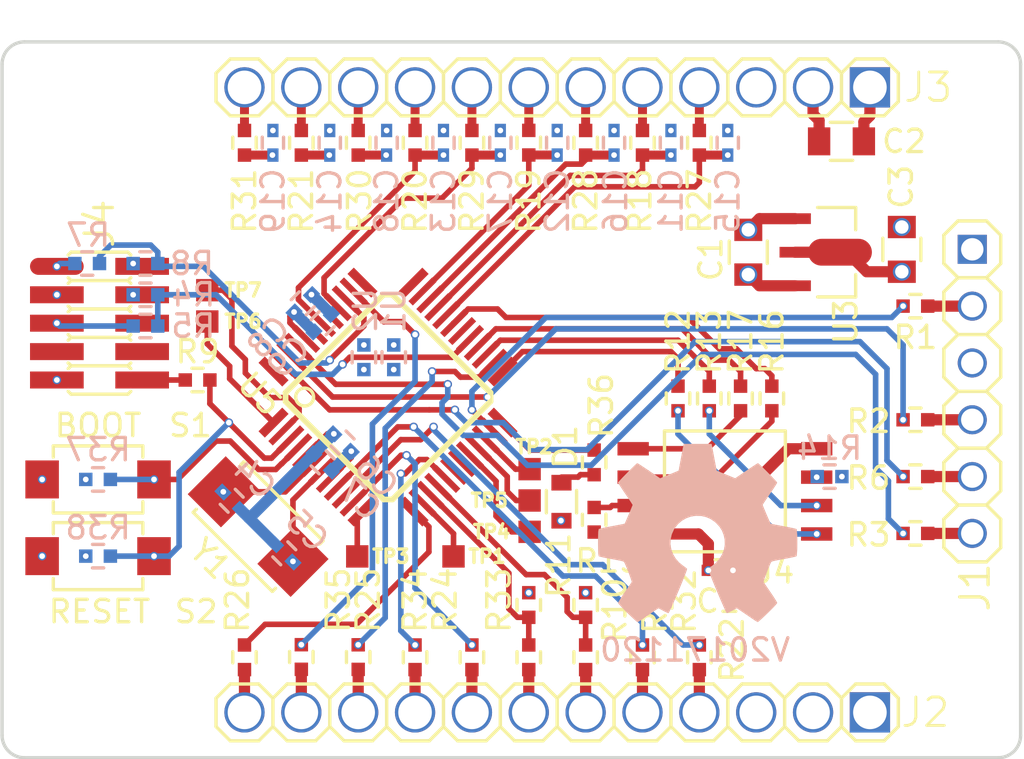
<source format=kicad_pcb>
(kicad_pcb (version 4) (host pcbnew 4.0.7-e2-6376~58~ubuntu17.04.1)
  (layers (0 F.Cu signal) (1 In1.Cu signal) (2 In2.Cu signal) (31 B.Cu signal) (34 B.Paste user) (35 F.Paste user) (36 B.SilkS user) (37 F.SilkS user) (38 B.Mask user) (39 F.Mask user) (44 Edge.Cuts user))
  (net 0 "")
  (net 1 "Net-(J1-Pad2)")
  (net 2 "Net-(J1-Pad4)")
  (net 3 GND)
  (net 4 nRESET)
  (net 5 SWDCLK)
  (net 6 SWDIO)
  (net 7 VDDA)
  (net 8 GNDA)
  (net 9 VDD)
  (net 10 +BATT)
  (net 11 "Net-(J4-Pad2)")
  (net 12 "Net-(J4-Pad4)")
  (net 13 "Net-(J4-Pad6)")
  (net 14 "Net-(J1-Pad5)")
  (net 15 "Net-(J1-Pad6)")
  (net 16 I2C_SDA)
  (net 17 I2C_SCL)
  (net 18 ADC_0)
  (net 19 ADC_1)
  (net 20 ADC_2)
  (net 21 ADC_3)
  (net 22 ADC_4)
  (net 23 ADC_5)
  (net 24 ADC_6)
  (net 25 ADC_7)
  (net 26 ADC_8)
  (net 27 FLASH_SCK)
  (net 28 FLASH_MOSI)
  (net 29 FLASH_MISO)
  (net 30 FLASH_CE)
  (net 31 SERIAL_CTS)
  (net 32 SERIAL_TXD)
  (net 33 SERIAL_RTS)
  (net 34 SERIAL_RXD)
  (net 35 "Net-(R12-Pad1)")
  (net 36 "Net-(R13-Pad1)")
  (net 37 "Net-(R14-Pad1)")
  (net 38 "Net-(R15-Pad2)")
  (net 39 "Net-(R16-Pad2)")
  (net 40 "Net-(R17-Pad2)")
  (net 41 "Net-(J4-Pad7)")
  (net 42 "Net-(J4-Pad8)")
  (net 43 "Net-(C4-Pad2)")
  (net 44 "Net-(C5-Pad2)")
  (net 45 GPIO0_2)
  (net 46 GPIO1_8)
  (net 47 SPI_MISO)
  (net 48 SPI_MOSI)
  (net 49 SPI_SCK)
  (net 50 "Net-(J4-Pad10)")
  (net 51 "Net-(J2-Pad4)")
  (net 52 "Net-(J2-Pad5)")
  (net 53 "Net-(J2-Pad6)")
  (net 54 "Net-(J2-Pad7)")
  (net 55 "Net-(J2-Pad8)")
  (net 56 "Net-(J2-Pad9)")
  (net 57 "Net-(J2-Pad10)")
  (net 58 "Net-(J2-Pad11)")
  (net 59 "Net-(J2-Pad12)")
  (net 60 "Net-(J3-Pad4)")
  (net 61 "Net-(J3-Pad5)")
  (net 62 "Net-(J3-Pad6)")
  (net 63 "Net-(J3-Pad7)")
  (net 64 "Net-(J3-Pad8)")
  (net 65 "Net-(J3-Pad9)")
  (net 66 "Net-(J3-Pad10)")
  (net 67 "Net-(J3-Pad11)")
  (net 68 "Net-(J3-Pad12)")
  (net 69 "Net-(C11-Pad2)")
  (net 70 "Net-(D1-Pad1)")
  (net 71 BOOT)
  (net 72 GPIO2_7)
  (net 73 GPIO1_9)
  (net 74 LED)
  (net 75 "Net-(U5-Pad18)")
  (net 76 "Net-(U5-Pad19)")
  (net 77 "Net-(U5-Pad30)")
  (net 78 "Net-(U5-Pad36)")
  (net 79 "Net-(U5-Pad37)")
  (net 80 "Net-(U5-Pad43)")
  (net 81 "Net-(U5-Pad48)")
  (net 82 "Net-(TP1-Pad1)")
  (net 83 "Net-(TP2-Pad1)")
  (net 84 "Net-(TP3-Pad1)")
  (net 85 "Net-(TP4-Pad1)")
  (net 86 "Net-(TP5-Pad1)")
  (net 87 "Net-(TP6-Pad1)")
  (net 88 "Net-(TP7-Pad1)")
  (module SquantorRcl:C_0402 (layer B.Cu) (at 139.8905 117.4115 135)
    (fp_text reference C4 (at 0 1.436841 135) (layer B.SilkS) (effects (justify mirror)))
    (fp_text value 18p hide)
    (pad 1 smd rect (at -0.55 0 135) (size 0.6 0.5) (layers B.Cu B.Paste B.Mask) (net 3 GND))
    (pad 2 smd rect (at 0.55 0 135) (size 0.6 0.5) (layers B.Cu B.Paste B.Mask) (net 43 "Net-(C4-Pad2)"))
  )
  (module SquantorRcl:C_0402 (layer B.Cu) (at 143.0655 108.585 45)
    (fp_text reference C8 (at -2.155261 0 45) (layer B.SilkS) (effects (justify mirror)))
    (fp_text value 10n hide)
    (pad 1 smd rect (at -0.55 0 45) (size 0.6 0.5) (layers B.Cu B.Paste B.Mask) (net 7 VDDA))
    (pad 2 smd rect (at 0.55 0 45) (size 0.6 0.5) (layers B.Cu B.Paste B.Mask) (net 8 GNDA))
  )
  (module SquantorPcbOutline:MountingHole_3.2mm_no_metal (layer F.Cu) (at 133.022 125.453)
    (fp_text reference H3 hide)
    (fp_text value Drill_Hole_no_metal hide)
    (pad "" np_thru_hole circle (at 0 0) (size 3.2 3.2) (drill 3.2) (layers *.Cu *.Mask))
  )
  (module SquantorPcbOutline:MountingHole_3.2mm_no_metal (layer F.Cu) (at 133.022 100.353)
    (fp_text reference H2 hide)
    (fp_text value Drill_Hole_no_metal hide)
    (pad "" np_thru_hole circle (at 0 0) (size 3.2 3.2) (drill 3.2) (layers *.Cu *.Mask))
  )
  (module SquantorRcl:R_0402_hand (layer F.Cu) (at 170.434 116.332)
    (fp_text reference R6 (at -2.0955 0.0635) (layer F.SilkS))
    (fp_text value 100 hide)
    (pad 1 smd rect (at -0.55 0) (size 0.6 0.6) (layers F.Cu F.Paste F.Mask) (net 34 SERIAL_RXD))
    (pad 2 smd rect (at 0.55 0) (size 0.6 0.6) (layers F.Cu F.Paste F.Mask) (net 14 "Net-(J1-Pad5)"))
  )
  (module SquantorRcl:R_0402_hand (layer B.Cu) (at 136.0385 109.601)
    (fp_text reference R5 (at 2.1375 0) (layer B.SilkS) (effects (justify mirror)))
    (fp_text value 10k hide)
    (pad 1 smd rect (at -0.55 0) (size 0.6 0.6) (layers B.Cu B.Paste B.Mask) (net 3 GND))
    (pad 2 smd rect (at 0.55 0) (size 0.6 0.6) (layers B.Cu B.Paste B.Mask) (net 5 SWDCLK))
  )
  (module SquantorRcl:R_0402_hand (layer B.Cu) (at 136.0385 108.204)
    (fp_text reference R4 (at 2.1375 0) (layer B.SilkS) (effects (justify mirror)))
    (fp_text value 33 hide)
    (pad 1 smd rect (at -0.55 0) (size 0.6 0.6) (layers B.Cu B.Paste B.Mask) (net 12 "Net-(J4-Pad4)"))
    (pad 2 smd rect (at 0.55 0) (size 0.6 0.6) (layers B.Cu B.Paste B.Mask) (net 5 SWDCLK))
  )
  (module SquantorRcl:R_0402_hand (layer F.Cu) (at 170.434 118.872)
    (fp_text reference R3 (at -2.0955 0.0635) (layer F.SilkS))
    (fp_text value 100 hide)
    (pad 1 smd rect (at -0.55 0) (size 0.6 0.6) (layers F.Cu F.Paste F.Mask) (net 33 SERIAL_RTS))
    (pad 2 smd rect (at 0.55 0) (size 0.6 0.6) (layers F.Cu F.Paste F.Mask) (net 15 "Net-(J1-Pad6)"))
  )
  (module SquantorRcl:C_0805 (layer F.Cu) (at 169.827194 106.174506 90)
    (fp_text reference C3 (at 2.796506 -0.028194 90) (layer F.SilkS))
    (fp_text value 1u)
    (pad 1 smd rect (at -1 0 90) (size 1 1.25) (layers F.Cu F.Paste F.Mask) (net 10 +BATT))
    (pad 2 smd rect (at 1 0 90) (size 1 1.25) (layers F.Cu F.Paste F.Mask) (net 3 GND))
  )
  (module SquantorRcl:C_0805 (layer F.Cu) (at 167.132 101.346)
    (fp_text reference C2 (at 2.794 0) (layer F.SilkS))
    (fp_text value 10u hide)
    (pad 1 smd rect (at -1 0) (size 1 1.25) (layers F.Cu F.Paste F.Mask) (net 7 VDDA))
    (pad 2 smd rect (at 1 0) (size 1 1.25) (layers F.Cu F.Paste F.Mask) (net 8 GNDA))
  )
  (module SquantorRcl:C_0805 (layer F.Cu) (at 162.969194 106.301506 90)
    (fp_text reference C1 (at -0.314994 -1.679194 90) (layer F.SilkS))
    (fp_text value 10u hide)
    (pad 1 smd rect (at -1 0 90) (size 1 1.25) (layers F.Cu F.Paste F.Mask) (net 9 VDD))
    (pad 2 smd rect (at 1 0 90) (size 1 1.25) (layers F.Cu F.Paste F.Mask) (net 3 GND))
  )
  (module SquantorPcbOutline:MountingHole_2.2mm_no_metal (layer F.Cu) (at 154.432 112.903)
    (fp_text reference H1 hide)
    (fp_text value Drill_Hole_no_metal hide)
    (pad "" np_thru_hole circle (at 0 0) (size 2.2 2.2) (drill 2.2) (layers *.Cu *.Mask))
  )
  (module SquantorRcl:R_0402_hand (layer F.Cu) (at 170.434 113.792)
    (fp_text reference R2 (at -2.0955 0.0635) (layer F.SilkS))
    (fp_text value 100 hide)
    (pad 1 smd rect (at -0.55 0) (size 0.6 0.6) (layers F.Cu F.Paste F.Mask) (net 32 SERIAL_TXD))
    (pad 2 smd rect (at 0.55 0) (size 0.6 0.6) (layers F.Cu F.Paste F.Mask) (net 2 "Net-(J1-Pad4)"))
  )
  (module SquantorRcl:R_0402_hand (layer F.Cu) (at 170.434 108.712)
    (fp_text reference R1 (at 0 1.397) (layer F.SilkS))
    (fp_text value 100 hide)
    (pad 1 smd rect (at -0.55 0) (size 0.6 0.6) (layers F.Cu F.Paste F.Mask) (net 31 SERIAL_CTS))
    (pad 2 smd rect (at 0.55 0) (size 0.6 0.6) (layers F.Cu F.Paste F.Mask) (net 1 "Net-(J1-Pad2)"))
  )
  (module SquantorRcl:C_0402 (layer B.Cu) (at 142.24 119.761 315)
    (fp_text reference C5 (at 0 -1.436841 315) (layer B.SilkS) (effects (justify mirror)))
    (fp_text value 18p hide)
    (pad 1 smd rect (at -0.55 0 315) (size 0.6 0.5) (layers B.Cu B.Paste B.Mask) (net 3 GND))
    (pad 2 smd rect (at 0.55 0 315) (size 0.6 0.5) (layers B.Cu B.Paste B.Mask) (net 44 "Net-(C5-Pad2)"))
  )
  (module SquantorRcl:C_0402 (layer B.Cu) (at 144.8435 114.808 315)
    (fp_text reference C6 (at 2.155261 0 315) (layer B.SilkS) (effects (justify mirror)))
    (fp_text value 10n hide)
    (pad 1 smd rect (at -0.55 0 315) (size 0.6 0.5) (layers B.Cu B.Paste B.Mask) (net 3 GND))
    (pad 2 smd rect (at 0.55 0 315) (size 0.6 0.5) (layers B.Cu B.Paste B.Mask) (net 9 VDD))
  )
  (module SquantorRcl:C_0402 (layer B.Cu) (at 143.9545 115.697 135)
    (fp_text reference C7 (at -2.346052 0 135) (layer B.SilkS) (effects (justify mirror)))
    (fp_text value 1u hide)
    (pad 1 smd rect (at -0.55 0 135) (size 0.6 0.5) (layers B.Cu B.Paste B.Mask) (net 9 VDD))
    (pad 2 smd rect (at 0.55 0 135) (size 0.6 0.5) (layers B.Cu B.Paste B.Mask) (net 3 GND))
  )
  (module SquantorRcl:R_0402_hand (layer B.Cu) (at 133.435 106.807)
    (fp_text reference R7 (at 0.042 -1.27) (layer B.SilkS) (effects (justify mirror)))
    (fp_text value 10k hide)
    (pad 1 smd rect (at -0.55 0) (size 0.6 0.6) (layers B.Cu B.Paste B.Mask) (net 9 VDD))
    (pad 2 smd rect (at 0.55 0) (size 0.6 0.6) (layers B.Cu B.Paste B.Mask) (net 6 SWDIO))
  )
  (module SquantorRcl:R_0402_hand (layer B.Cu) (at 136.0385 106.807)
    (fp_text reference R8 (at 2.074 0) (layer B.SilkS) (effects (justify mirror)))
    (fp_text value 33 hide)
    (pad 1 smd rect (at -0.55 0) (size 0.6 0.6) (layers B.Cu B.Paste B.Mask) (net 11 "Net-(J4-Pad2)"))
    (pad 2 smd rect (at 0.55 0) (size 0.6 0.6) (layers B.Cu B.Paste B.Mask) (net 6 SWDIO))
  )
  (module SquantorRcl:C_0402 (layer B.Cu) (at 143.9545 109.474 45)
    (fp_text reference C9 (at -2.155261 0 45) (layer B.SilkS) (effects (justify mirror)))
    (fp_text value 1u hide)
    (pad 1 smd rect (at -0.55 0 45) (size 0.6 0.5) (layers B.Cu B.Paste B.Mask) (net 7 VDDA))
    (pad 2 smd rect (at 0.55 0 45) (size 0.6 0.5) (layers B.Cu B.Paste B.Mask) (net 8 GNDA))
  )
  (module SquantorRcl:C_0402 (layer F.Cu) (at 161.7345 120.523)
    (fp_text reference C10 (at 0.3655 1.377) (layer F.SilkS))
    (fp_text value 10n hide)
    (pad 1 smd rect (at -0.55 0) (size 0.6 0.5) (layers F.Cu F.Paste F.Mask) (net 9 VDD))
    (pad 2 smd rect (at 0.55 0) (size 0.6 0.5) (layers F.Cu F.Paste F.Mask) (net 3 GND))
  )
  (module SquantorRcl:R_0402_hand (layer F.Cu) (at 138.3665 112.014)
    (fp_text reference R9 (at 0 -1.27) (layer F.SilkS))
    (fp_text value 33 hide)
    (pad 1 smd rect (at -0.55 0) (size 0.6 0.6) (layers F.Cu F.Paste F.Mask) (net 50 "Net-(J4-Pad10)"))
    (pad 2 smd rect (at 0.55 0) (size 0.6 0.6) (layers F.Cu F.Paste F.Mask) (net 4 nRESET))
  )
  (module SquantorRcl:R_0402_hand (layer F.Cu) (at 155.702 122.0724 270)
    (fp_text reference R10 (at 0.2276 -1.298 270) (layer F.SilkS))
    (fp_text value 2K2 hide)
    (pad 1 smd rect (at -0.55 0 270) (size 0.6 0.6) (layers F.Cu F.Paste F.Mask) (net 9 VDD))
    (pad 2 smd rect (at 0.55 0 270) (size 0.6 0.6) (layers F.Cu F.Paste F.Mask) (net 16 I2C_SDA))
  )
  (module SquantorRcl:R_0402_hand (layer F.Cu) (at 153.162 122.0724 270)
    (fp_text reference R11 (at -1.7724 -1.338 270) (layer F.SilkS))
    (fp_text value 2K2 hide)
    (pad 1 smd rect (at -0.55 0 270) (size 0.6 0.6) (layers F.Cu F.Paste F.Mask) (net 9 VDD))
    (pad 2 smd rect (at 0.55 0 270) (size 0.6 0.6) (layers F.Cu F.Paste F.Mask) (net 17 I2C_SCL))
  )
  (module SquantorRcl:R_0402_hand (layer F.Cu) (at 159.8295 112.8395 90)
    (fp_text reference R12 (at 2.54 0 270) (layer F.SilkS))
    (fp_text value 33 hide)
    (pad 1 smd rect (at -0.55 0 90) (size 0.6 0.6) (layers F.Cu F.Paste F.Mask) (net 35 "Net-(R12-Pad1)"))
    (pad 2 smd rect (at 0.55 0 90) (size 0.6 0.6) (layers F.Cu F.Paste F.Mask) (net 30 FLASH_CE))
  )
  (module SquantorRcl:R_0402_hand (layer F.Cu) (at 161.2265 112.8395 90)
    (fp_text reference R13 (at 2.54 0 90) (layer F.SilkS))
    (fp_text value 33 hide)
    (pad 1 smd rect (at -0.55 0 90) (size 0.6 0.6) (layers F.Cu F.Paste F.Mask) (net 36 "Net-(R13-Pad1)"))
    (pad 2 smd rect (at 0.55 0 90) (size 0.6 0.6) (layers F.Cu F.Paste F.Mask) (net 29 FLASH_MISO))
  )
  (module SquantorRcl:R_0402_hand (layer B.Cu) (at 166.6 116.332)
    (fp_text reference R14 (at 0 -1.27) (layer B.SilkS) (effects (justify mirror)))
    (fp_text value 10K hide)
    (pad 1 smd rect (at -0.55 0) (size 0.6 0.6) (layers B.Cu B.Paste B.Mask) (net 37 "Net-(R14-Pad1)"))
    (pad 2 smd rect (at 0.55 0) (size 0.6 0.6) (layers B.Cu B.Paste B.Mask) (net 9 VDD))
  )
  (module SquantorRcl:R_0402_hand (layer F.Cu) (at 156.083 118.2624 90)
    (fp_text reference R15 (at -1.8376 0.617 180) (layer F.SilkS))
    (fp_text value 10K hide)
    (pad 1 smd rect (at -0.55 0 90) (size 0.6 0.6) (layers F.Cu F.Paste F.Mask) (net 9 VDD))
    (pad 2 smd rect (at 0.55 0 90) (size 0.6 0.6) (layers F.Cu F.Paste F.Mask) (net 38 "Net-(R15-Pad2)"))
  )
  (module SquantorRcl:R_0402_hand (layer F.Cu) (at 164.0205 112.8395 270)
    (fp_text reference R16 (at -2.54 0 270) (layer F.SilkS))
    (fp_text value 33 hide)
    (pad 1 smd rect (at -0.55 0 270) (size 0.6 0.6) (layers F.Cu F.Paste F.Mask) (net 27 FLASH_SCK))
    (pad 2 smd rect (at 0.55 0 270) (size 0.6 0.6) (layers F.Cu F.Paste F.Mask) (net 39 "Net-(R16-Pad2)"))
  )
  (module SquantorRcl:R_0402_hand (layer F.Cu) (at 162.6235 112.8395 270)
    (fp_text reference R17 (at -2.54 0 270) (layer F.SilkS))
    (fp_text value 33 hide)
    (pad 1 smd rect (at -0.55 0 270) (size 0.6 0.6) (layers F.Cu F.Paste F.Mask) (net 28 FLASH_MOSI))
    (pad 2 smd rect (at 0.55 0 270) (size 0.6 0.6) (layers F.Cu F.Paste F.Mask) (net 40 "Net-(R17-Pad2)"))
  )
  (module "SquantorMicrochip:MB-(SOT-89)" (layer F.Cu) (at 165.064694 106.301506 270)
    (fp_text reference U3 (at 3.108994 -2.257806 270) (layer F.SilkS))
    (fp_text value MCP1702-MB hide)
    (pad 1 smd rect (at -1.5 0 270) (size 0.48 1.4) (layers F.Cu F.Paste F.Mask) (net 3 GND))
    (pad 2 smd rect (at 0 0 270) (size 0.48 1.4) (layers F.Cu F.Paste F.Mask) (net 10 +BATT))
    (pad 3 smd rect (at 1.5 0 270) (size 0.48 1.4) (layers F.Cu F.Paste F.Mask) (net 9 VDD))
    (pad TAB smd oval (at 0 -2 270) (size 1.2 2.85) (layers F.Cu F.Paste F.Mask) (net 10 +BATT))
  )
  (module SquantorCrystal:X_5.0_3.2 (layer F.Cu) (at 141.0716 118.5672 315)
    (fp_text reference Y1 (at -0.484934 2.532432 315) (layer F.SilkS))
    (fp_text value 12.0MHz hide)
    (pad 1 smd rect (at -2.2 0 315) (size 2.1 2.4) (layers F.Cu F.Paste F.Mask) (net 43 "Net-(C4-Pad2)"))
    (pad 2 smd rect (at 2.2 0 315) (size 2.1 2.4) (layers F.Cu F.Paste F.Mask) (net 44 "Net-(C5-Pad2)"))
  )
  (module SquantorConnectors:Header-0254-1X06-H010 (layer F.Cu) (at 172.974 112.522 270)
    (fp_text reference J1 (at 8.763 -0.127 270) (layer F.SilkS) (effects (font (size 1.27 1.27))))
    (fp_text value FTDI_PINS_1X06 hide)
    (pad 1 thru_hole trapezoid (at -6.35 0 90) (size 1.3 1.3) (drill 1) (layers *.Cu *.Mask) (net 3 GND))
    (pad 2 thru_hole circle (at -3.81 0 90) (size 1.3 1.3) (drill 1) (layers *.Cu *.Mask) (net 1 "Net-(J1-Pad2)"))
    (pad 3 thru_hole circle (at -1.27 0 90) (size 1.3 1.3) (drill 1) (layers *.Cu *.Mask) (net 10 +BATT))
    (pad 4 thru_hole circle (at 1.27 0 90) (size 1.3 1.3) (drill 1) (layers *.Cu *.Mask) (net 2 "Net-(J1-Pad4)"))
    (pad 5 thru_hole circle (at 3.81 0 90) (size 1.3 1.3) (drill 1) (layers *.Cu *.Mask) (net 14 "Net-(J1-Pad5)"))
    (pad 6 thru_hole circle (at 6.35 0 90) (size 1.3 1.3) (drill 1) (layers *.Cu *.Mask) (net 15 "Net-(J1-Pad6)"))
  )
  (module SquantorConnectors:Header-0127-2X05-SMD (layer F.Cu) (at 133.985 109.474 270)
    (fp_text reference J4 (at -4.445 0 270) (layer F.SilkS) (effects (font (size 1.27 1.27))))
    (fp_text value JTAG_2X05 hide)
    (pad 1 smd oval (at -2.54 1.905) (size 2.39776 0.75946) (layers F.Cu F.Paste F.Mask) (net 9 VDD))
    (pad 2 smd rect (at -2.54 -1.905) (size 2.39776 0.75946) (layers F.Cu F.Paste F.Mask) (net 11 "Net-(J4-Pad2)"))
    (pad 3 smd rect (at -1.27 1.905) (size 2.39776 0.75946) (layers F.Cu F.Paste F.Mask) (net 3 GND))
    (pad 4 smd rect (at -1.27 -1.905) (size 2.39776 0.75946) (layers F.Cu F.Paste F.Mask) (net 12 "Net-(J4-Pad4)"))
    (pad 5 smd rect (at 0 1.905) (size 2.39776 0.75946) (layers F.Cu F.Paste F.Mask) (net 3 GND))
    (pad 6 smd rect (at 0 -1.905) (size 2.39776 0.75946) (layers F.Cu F.Paste F.Mask) (net 13 "Net-(J4-Pad6)"))
    (pad 7 smd rect (at 1.27 1.905) (size 2.39776 0.75946) (layers F.Cu F.Paste F.Mask) (net 41 "Net-(J4-Pad7)"))
    (pad 8 smd rect (at 1.27 -1.905) (size 2.39776 0.75946) (layers F.Cu F.Paste F.Mask) (net 42 "Net-(J4-Pad8)"))
    (pad 9 smd rect (at 2.54 1.905) (size 2.39776 0.75946) (layers F.Cu F.Paste F.Mask) (net 3 GND))
    (pad 10 smd rect (at 2.54 -1.905) (size 2.39776 0.75946) (layers F.Cu F.Paste F.Mask) (net 50 "Net-(J4-Pad10)"))
  )
  (module SquantorWinbond:WINBOND_SS (layer F.Cu) (at 161.925 116.9924 180)
    (fp_text reference U4 (at -2.0955 -3.5941 180) (layer F.SilkS))
    (fp_text value W25Q32BV hide)
    (pad 1 smd rect (at -4.1 -1.905 180) (size 1.4 0.6) (layers F.Cu F.Paste F.Mask) (net 35 "Net-(R12-Pad1)"))
    (pad 2 smd rect (at -4.1 -0.635 180) (size 1.4 0.6) (layers F.Cu F.Paste F.Mask) (net 36 "Net-(R13-Pad1)"))
    (pad 3 smd rect (at -4.1 0.635 180) (size 1.4 0.6) (layers F.Cu F.Paste F.Mask) (net 37 "Net-(R14-Pad1)"))
    (pad 4 smd rect (at -4.1 1.905 180) (size 1.4 0.6) (layers F.Cu F.Paste F.Mask) (net 3 GND))
    (pad 5 smd rect (at 4.1 1.905 180) (size 1.4 0.6) (layers F.Cu F.Paste F.Mask) (net 40 "Net-(R17-Pad2)"))
    (pad 6 smd rect (at 4.1 0.635 180) (size 1.4 0.6) (layers F.Cu F.Paste F.Mask) (net 39 "Net-(R16-Pad2)"))
    (pad 7 smd rect (at 4.1 -0.635 180) (size 1.4 0.6) (layers F.Cu F.Paste F.Mask) (net 38 "Net-(R15-Pad2)"))
    (pad 8 smd rect (at 4.1 -1.905 180) (size 1.4 0.6) (layers F.Cu F.Paste F.Mask) (net 9 VDD))
  )
  (module SquantorRcl:R_0402_hand (layer F.Cu) (at 158.242 101.4095 90)
    (fp_text reference R18 (at -2.6035 -0.127 90) (layer F.SilkS))
    (fp_text value 100 hide)
    (pad 1 smd rect (at -0.55 0 90) (size 0.6 0.6) (layers F.Cu F.Paste F.Mask) (net 19 ADC_1))
    (pad 2 smd rect (at 0.55 0 90) (size 0.6 0.6) (layers F.Cu F.Paste F.Mask) (net 61 "Net-(J3-Pad5)"))
  )
  (module SquantorRcl:R_0402_hand (layer F.Cu) (at 153.162 101.4056 90)
    (fp_text reference R19 (at -2.6074 0 90) (layer F.SilkS))
    (fp_text value 100 hide)
    (pad 1 smd rect (at -0.55 0 90) (size 0.6 0.6) (layers F.Cu F.Paste F.Mask) (net 21 ADC_3))
    (pad 2 smd rect (at 0.55 0 90) (size 0.6 0.6) (layers F.Cu F.Paste F.Mask) (net 63 "Net-(J3-Pad7)"))
  )
  (module SquantorRcl:R_0402_hand (layer F.Cu) (at 148.082 101.4095 90)
    (fp_text reference R20 (at -2.6035 0 90) (layer F.SilkS))
    (fp_text value 100 hide)
    (pad 1 smd rect (at -0.55 0 90) (size 0.6 0.6) (layers F.Cu F.Paste F.Mask) (net 23 ADC_5))
    (pad 2 smd rect (at 0.55 0 90) (size 0.6 0.6) (layers F.Cu F.Paste F.Mask) (net 65 "Net-(J3-Pad9)"))
  )
  (module SquantorRcl:R_0402_hand (layer F.Cu) (at 143.002 101.4095 90)
    (fp_text reference R21 (at -2.6035 0 90) (layer F.SilkS))
    (fp_text value 100 hide)
    (pad 1 smd rect (at -0.55 0 90) (size 0.6 0.6) (layers F.Cu F.Paste F.Mask) (net 25 ADC_7))
    (pad 2 smd rect (at 0.55 0 90) (size 0.6 0.6) (layers F.Cu F.Paste F.Mask) (net 67 "Net-(J3-Pad11)"))
  )
  (module SquantorRcl:R_0402_hand (layer F.Cu) (at 160.782 124.4092 270)
    (fp_text reference R22 (at -0.3302 -1.4605 270) (layer F.SilkS))
    (fp_text value 100 hide)
    (pad 1 smd rect (at -0.55 0 270) (size 0.6 0.6) (layers F.Cu F.Paste F.Mask) (net 45 GPIO0_2))
    (pad 2 smd rect (at 0.55 0 270) (size 0.6 0.6) (layers F.Cu F.Paste F.Mask) (net 51 "Net-(J2-Pad4)"))
  )
  (module SquantorRcl:R_0402_hand (layer F.Cu) (at 155.702 124.4092 270)
    (fp_text reference R23 (at -2.5092 -3.098 270) (layer F.SilkS))
    (fp_text value 100 hide)
    (pad 1 smd rect (at -0.55 0 270) (size 0.6 0.6) (layers F.Cu F.Paste F.Mask) (net 16 I2C_SDA))
    (pad 2 smd rect (at 0.55 0 270) (size 0.6 0.6) (layers F.Cu F.Paste F.Mask) (net 53 "Net-(J2-Pad6)"))
  )
  (module SquantorRcl:R_0402_hand (layer F.Cu) (at 150.622 124.4092 270)
    (fp_text reference R24 (at -2.5527 1.2065 270) (layer F.SilkS))
    (fp_text value 100 hide)
    (pad 1 smd rect (at -0.55 0 270) (size 0.6 0.6) (layers F.Cu F.Paste F.Mask) (net 72 GPIO2_7))
    (pad 2 smd rect (at 0.55 0 270) (size 0.6 0.6) (layers F.Cu F.Paste F.Mask) (net 55 "Net-(J2-Pad8)"))
  )
  (module SquantorRcl:R_0402_hand (layer F.Cu) (at 145.542 124.4004 270)
    (fp_text reference R25 (at -2.5439 -0.4445 270) (layer F.SilkS))
    (fp_text value 100 hide)
    (pad 1 smd rect (at -0.55 0 270) (size 0.6 0.6) (layers F.Cu F.Paste F.Mask) (net 47 SPI_MISO))
    (pad 2 smd rect (at 0.55 0 270) (size 0.6 0.6) (layers F.Cu F.Paste F.Mask) (net 57 "Net-(J2-Pad10)"))
  )
  (module SquantorRcl:R_0402_hand (layer F.Cu) (at 140.462 124.4092 270)
    (fp_text reference R26 (at -2.5527 0.3175 270) (layer F.SilkS))
    (fp_text value 100 hide)
    (pad 1 smd rect (at -0.55 0 270) (size 0.6 0.6) (layers F.Cu F.Paste F.Mask) (net 49 SPI_SCK))
    (pad 2 smd rect (at 0.55 0 270) (size 0.6 0.6) (layers F.Cu F.Paste F.Mask) (net 59 "Net-(J2-Pad12)"))
  )
  (module SquantorRcl:R_0402_hand (layer F.Cu) (at 160.782 101.4095 90)
    (fp_text reference R27 (at -2.6035 0 90) (layer F.SilkS))
    (fp_text value 100 hide)
    (pad 1 smd rect (at -0.55 0 90) (size 0.6 0.6) (layers F.Cu F.Paste F.Mask) (net 18 ADC_0))
    (pad 2 smd rect (at 0.55 0 90) (size 0.6 0.6) (layers F.Cu F.Paste F.Mask) (net 60 "Net-(J3-Pad4)"))
  )
  (module SquantorRcl:R_0402_hand (layer F.Cu) (at 155.702 101.4095 90)
    (fp_text reference R28 (at -2.6035 0 90) (layer F.SilkS))
    (fp_text value 100 hide)
    (pad 1 smd rect (at -0.55 0 90) (size 0.6 0.6) (layers F.Cu F.Paste F.Mask) (net 20 ADC_2))
    (pad 2 smd rect (at 0.55 0 90) (size 0.6 0.6) (layers F.Cu F.Paste F.Mask) (net 62 "Net-(J3-Pad6)"))
  )
  (module SquantorRcl:R_0402_hand (layer F.Cu) (at 150.622 101.4095 90)
    (fp_text reference R29 (at -2.6035 0 90) (layer F.SilkS))
    (fp_text value 100 hide)
    (pad 1 smd rect (at -0.55 0 90) (size 0.6 0.6) (layers F.Cu F.Paste F.Mask) (net 22 ADC_4))
    (pad 2 smd rect (at 0.55 0 90) (size 0.6 0.6) (layers F.Cu F.Paste F.Mask) (net 64 "Net-(J3-Pad8)"))
  )
  (module SquantorRcl:R_0402_hand (layer F.Cu) (at 145.542 101.4095 90)
    (fp_text reference R30 (at -2.6035 0.0635 90) (layer F.SilkS))
    (fp_text value 100 hide)
    (pad 1 smd rect (at -0.55 0 90) (size 0.6 0.6) (layers F.Cu F.Paste F.Mask) (net 24 ADC_6))
    (pad 2 smd rect (at 0.55 0 90) (size 0.6 0.6) (layers F.Cu F.Paste F.Mask) (net 66 "Net-(J3-Pad10)"))
  )
  (module SquantorRcl:R_0402_hand (layer F.Cu) (at 140.462 101.4095 90)
    (fp_text reference R31 (at -2.6035 0 90) (layer F.SilkS))
    (fp_text value 100 hide)
    (pad 1 smd rect (at -0.55 0 90) (size 0.6 0.6) (layers F.Cu F.Paste F.Mask) (net 26 ADC_8))
    (pad 2 smd rect (at 0.55 0 90) (size 0.6 0.6) (layers F.Cu F.Paste F.Mask) (net 68 "Net-(J3-Pad12)"))
  )
  (module SquantorRcl:R_0402_hand (layer F.Cu) (at 158.242 124.4092 270)
    (fp_text reference R32 (at -2.5092 -1.858 270) (layer F.SilkS))
    (fp_text value 100 hide)
    (pad 1 smd rect (at -0.55 0 270) (size 0.6 0.6) (layers F.Cu F.Paste F.Mask) (net 46 GPIO1_8))
    (pad 2 smd rect (at 0.55 0 270) (size 0.6 0.6) (layers F.Cu F.Paste F.Mask) (net 52 "Net-(J2-Pad5)"))
  )
  (module SquantorRcl:R_0402_hand (layer F.Cu) (at 153.162 124.4092 270)
    (fp_text reference R33 (at -2.5527 1.3335 270) (layer F.SilkS))
    (fp_text value 100 hide)
    (pad 1 smd rect (at -0.55 0 270) (size 0.6 0.6) (layers F.Cu F.Paste F.Mask) (net 17 I2C_SCL))
    (pad 2 smd rect (at 0.55 0 270) (size 0.6 0.6) (layers F.Cu F.Paste F.Mask) (net 54 "Net-(J2-Pad7)"))
  )
  (module SquantorRcl:R_0402_hand (layer F.Cu) (at 148.082 124.4092 270)
    (fp_text reference R34 (at -2.5527 0 270) (layer F.SilkS))
    (fp_text value 100 hide)
    (pad 1 smd rect (at -0.55 0 270) (size 0.6 0.6) (layers F.Cu F.Paste F.Mask) (net 73 GPIO1_9))
    (pad 2 smd rect (at 0.55 0 270) (size 0.6 0.6) (layers F.Cu F.Paste F.Mask) (net 56 "Net-(J2-Pad9)"))
  )
  (module SquantorRcl:R_0402_hand (layer F.Cu) (at 143.002 124.3965 270)
    (fp_text reference R35 (at -2.54 -1.651 270) (layer F.SilkS))
    (fp_text value 100 hide)
    (pad 1 smd rect (at -0.55 0 270) (size 0.6 0.6) (layers F.Cu F.Paste F.Mask) (net 48 SPI_MOSI))
    (pad 2 smd rect (at 0.55 0 270) (size 0.6 0.6) (layers F.Cu F.Paste F.Mask) (net 58 "Net-(J2-Pad11)"))
  )
  (module SquantorRcl:C_0402 (layer B.Cu) (at 159.512 101.4095 90)
    (fp_text reference C11 (at -2.6035 0 90) (layer B.SilkS) (effects (justify mirror)))
    (fp_text value C)
    (pad 1 smd rect (at -0.55 0 90) (size 0.6 0.5) (layers B.Cu B.Paste B.Mask) (net 19 ADC_1))
    (pad 2 smd rect (at 0.55 0 90) (size 0.6 0.5) (layers B.Cu B.Paste B.Mask) (net 69 "Net-(C11-Pad2)"))
  )
  (module SquantorRcl:C_0402 (layer B.Cu) (at 154.432 101.4095 90)
    (fp_text reference C12 (at -2.6035 0 90) (layer B.SilkS) (effects (justify mirror)))
    (fp_text value C)
    (pad 1 smd rect (at -0.55 0 90) (size 0.6 0.5) (layers B.Cu B.Paste B.Mask) (net 21 ADC_3))
    (pad 2 smd rect (at 0.55 0 90) (size 0.6 0.5) (layers B.Cu B.Paste B.Mask) (net 8 GNDA))
  )
  (module SquantorRcl:C_0402 (layer B.Cu) (at 149.352 101.4095 90)
    (fp_text reference C13 (at -2.6035 0 90) (layer B.SilkS) (effects (justify mirror)))
    (fp_text value C)
    (pad 1 smd rect (at -0.55 0 90) (size 0.6 0.5) (layers B.Cu B.Paste B.Mask) (net 23 ADC_5))
    (pad 2 smd rect (at 0.55 0 90) (size 0.6 0.5) (layers B.Cu B.Paste B.Mask) (net 8 GNDA))
  )
  (module SquantorRcl:C_0402 (layer B.Cu) (at 144.272 101.4095 90)
    (fp_text reference C14 (at -2.6035 0 90) (layer B.SilkS) (effects (justify mirror)))
    (fp_text value C)
    (pad 1 smd rect (at -0.55 0 90) (size 0.6 0.5) (layers B.Cu B.Paste B.Mask) (net 25 ADC_7))
    (pad 2 smd rect (at 0.55 0 90) (size 0.6 0.5) (layers B.Cu B.Paste B.Mask) (net 8 GNDA))
  )
  (module SquantorRcl:C_0402 (layer B.Cu) (at 162.052 101.4095 90)
    (fp_text reference C15 (at -2.6035 0 90) (layer B.SilkS) (effects (justify mirror)))
    (fp_text value C)
    (pad 1 smd rect (at -0.55 0 90) (size 0.6 0.5) (layers B.Cu B.Paste B.Mask) (net 18 ADC_0))
    (pad 2 smd rect (at 0.55 0 90) (size 0.6 0.5) (layers B.Cu B.Paste B.Mask) (net 8 GNDA))
  )
  (module SquantorRcl:C_0402 (layer B.Cu) (at 156.972 101.4095 90)
    (fp_text reference C16 (at -2.6035 0.0635 90) (layer B.SilkS) (effects (justify mirror)))
    (fp_text value C)
    (pad 1 smd rect (at -0.55 0 90) (size 0.6 0.5) (layers B.Cu B.Paste B.Mask) (net 20 ADC_2))
    (pad 2 smd rect (at 0.55 0 90) (size 0.6 0.5) (layers B.Cu B.Paste B.Mask) (net 8 GNDA))
  )
  (module SquantorRcl:C_0402 (layer B.Cu) (at 151.892 101.4095 90)
    (fp_text reference C17 (at -2.6035 0 90) (layer B.SilkS) (effects (justify mirror)))
    (fp_text value C)
    (pad 1 smd rect (at -0.55 0 90) (size 0.6 0.5) (layers B.Cu B.Paste B.Mask) (net 22 ADC_4))
    (pad 2 smd rect (at 0.55 0 90) (size 0.6 0.5) (layers B.Cu B.Paste B.Mask) (net 8 GNDA))
  )
  (module SquantorRcl:C_0402 (layer B.Cu) (at 146.812 101.4095 90)
    (fp_text reference C18 (at -2.6035 0 90) (layer B.SilkS) (effects (justify mirror)))
    (fp_text value C)
    (pad 1 smd rect (at -0.55 0 90) (size 0.6 0.5) (layers B.Cu B.Paste B.Mask) (net 24 ADC_6))
    (pad 2 smd rect (at 0.55 0 90) (size 0.6 0.5) (layers B.Cu B.Paste B.Mask) (net 8 GNDA))
  )
  (module SquantorRcl:C_0402 (layer B.Cu) (at 141.732 101.4095 90)
    (fp_text reference C19 (at -2.6035 0 90) (layer B.SilkS) (effects (justify mirror)))
    (fp_text value C hide)
    (pad 1 smd rect (at -0.55 0 90) (size 0.6 0.5) (layers B.Cu B.Paste B.Mask) (net 26 ADC_8))
    (pad 2 smd rect (at 0.55 0 90) (size 0.6 0.5) (layers B.Cu B.Paste B.Mask) (net 8 GNDA))
  )
  (module SquantorRcl:R_0402_hand (layer F.Cu) (at 156.083 115.697 90)
    (fp_text reference R36 (at 2.54 0.3175 90) (layer F.SilkS))
    (fp_text value 4.7k hide)
    (pad 1 smd rect (at -0.55 0 90) (size 0.6 0.6) (layers F.Cu F.Paste F.Mask) (net 70 "Net-(D1-Pad1)"))
    (pad 2 smd rect (at 0.55 0 90) (size 0.6 0.6) (layers F.Cu F.Paste F.Mask) (net 74 LED))
  )
  (module SquantorRcl:R_0402_hand (layer B.Cu) (at 133.9215 116.459)
    (fp_text reference R37 (at 0 -1.3335) (layer B.SilkS) (effects (justify mirror)))
    (fp_text value 10k hide)
    (pad 1 smd rect (at -0.55 0) (size 0.6 0.6) (layers B.Cu B.Paste B.Mask) (net 9 VDD))
    (pad 2 smd rect (at 0.55 0) (size 0.6 0.6) (layers B.Cu B.Paste B.Mask) (net 71 BOOT))
  )
  (module SquantorRcl:R_0402_hand (layer B.Cu) (at 133.9215 119.888)
    (fp_text reference R38 (at 0 -1.27) (layer B.SilkS) (effects (justify mirror)))
    (fp_text value 10k hide)
    (pad 1 smd rect (at -0.55 0) (size 0.6 0.6) (layers B.Cu B.Paste B.Mask) (net 9 VDD))
    (pad 2 smd rect (at 0.55 0) (size 0.6 0.6) (layers B.Cu B.Paste B.Mask) (net 4 nRESET))
  )
  (module SquantorRcl:R_0402_hand (layer B.Cu) (at 147.1295 110.998 90)
    (fp_text reference U1 (at 2.0955 0 90) (layer B.SilkS) (effects (justify mirror)))
    (fp_text value POWER_JOINER hide)
    (pad 1 smd rect (at -0.55 0 90) (size 0.6 0.6) (layers B.Cu B.Paste B.Mask) (net 3 GND))
    (pad 2 smd rect (at 0.55 0 90) (size 0.6 0.6) (layers B.Cu B.Paste B.Mask) (net 8 GNDA))
  )
  (module SquantorRcl:R_0402_hand (layer B.Cu) (at 145.796 110.998 90)
    (fp_text reference U2 (at 2.0955 0.0635 90) (layer B.SilkS) (effects (justify mirror)))
    (fp_text value POWER_JOINER hide)
    (pad 1 smd rect (at -0.55 0 90) (size 0.6 0.6) (layers B.Cu B.Paste B.Mask) (net 9 VDD))
    (pad 2 smd rect (at 0.55 0 90) (size 0.6 0.6) (layers B.Cu B.Paste B.Mask) (net 7 VDDA))
  )
  (module Symbols:OSHW-Symbol_8.9x8mm_SilkScreen (layer B.Cu) (at 160.7185 118.872 180)
    (fp_text reference N1 hide)
    (fp_text value OHWLOGO hide)
  )
  (module SquantorLabels:Label_version (layer B.Cu) (at 160.5915 124.079)
    (fp_text reference N2 hide)
    (fp_text value V20171120 (at 0 0) (layer B.SilkS) (effects (justify mirror)))
  )
  (module SquantorButtons:TD-85XU (layer F.Cu) (at 133.9215 119.888)
    (fp_text reference S2 (at 4.3815 2.4765) (layer F.SilkS))
    (fp_text value RESET (at 0.0635 2.4765) (layer F.SilkS))
    (pad 1 smd rect (at -2.49936 0) (size 1.4986 1.69926) (layers F.Cu F.Paste F.Mask) (net 3 GND))
    (pad 2 smd rect (at 2.49936 0) (size 1.4986 1.69926) (layers F.Cu F.Paste F.Mask) (net 4 nRESET))
  )
  (module SquantorButtons:TD-85XU (layer F.Cu) (at 133.9215 116.459)
    (fp_text reference S1 (at 4.1275 -2.413) (layer F.SilkS))
    (fp_text value BOOT (at 0 -2.413) (layer F.SilkS))
    (pad 1 smd rect (at -2.49936 0) (size 1.4986 1.69926) (layers F.Cu F.Paste F.Mask) (net 3 GND))
    (pad 2 smd rect (at 2.49936 0) (size 1.4986 1.69926) (layers F.Cu F.Paste F.Mask) (net 71 BOOT))
  )
  (module SquantorIC:SOT313-2 (layer F.Cu) (at 146.8755 112.776 315)
    (fp_text reference U5 (at -5.25345 4.535029 315) (layer F.SilkS) (effects (justify left bottom)))
    (fp_text value LPC1114FBD48/302 hide)
    (pad 1 smd rect (at -2.81 4.425 315) (size 0.4 1.5) (layers F.Cu F.Paste F.Mask) (net 87 "Net-(TP6-Pad1)"))
    (pad 2 smd rect (at -2.25 4.425 315) (size 0.28 1.5) (layers F.Cu F.Paste F.Mask) (net 88 "Net-(TP7-Pad1)"))
    (pad 3 smd rect (at -1.75 4.425 315) (size 0.28 1.5) (layers F.Cu F.Paste F.Mask) (net 4 nRESET))
    (pad 4 smd rect (at -1.25 4.425 315) (size 0.28 1.5) (layers F.Cu F.Paste F.Mask) (net 71 BOOT))
    (pad 5 smd rect (at -0.75 4.425 315) (size 0.28 1.5) (layers F.Cu F.Paste F.Mask) (net 3 GND))
    (pad 6 smd rect (at -0.25 4.425 315) (size 0.28 1.5) (layers F.Cu F.Paste F.Mask) (net 43 "Net-(C4-Pad2)"))
    (pad 7 smd rect (at 0.25 4.425 315) (size 0.28 1.5) (layers F.Cu F.Paste F.Mask) (net 44 "Net-(C5-Pad2)"))
    (pad 8 smd rect (at 0.75 4.425 315) (size 0.28 1.5) (layers F.Cu F.Paste F.Mask) (net 9 VDD))
    (pad 9 smd rect (at 1.25 4.425 315) (size 0.28 1.5) (layers F.Cu F.Paste F.Mask) (net 46 GPIO1_8))
    (pad 10 smd rect (at 1.75 4.425 315) (size 0.28 1.5) (layers F.Cu F.Paste F.Mask) (net 45 GPIO0_2))
    (pad 11 smd rect (at 2.25 4.425 315) (size 0.28 1.5) (layers F.Cu F.Paste F.Mask) (net 72 GPIO2_7))
    (pad 12 smd rect (at 2.81 4.425 315) (size 0.4 1.5) (layers F.Cu F.Paste F.Mask) (net 84 "Net-(TP3-Pad1)"))
    (pad 13 smd rect (at 4.425 2.81 315) (size 1.5 0.4) (layers F.Cu F.Paste F.Mask) (net 49 SPI_SCK))
    (pad 14 smd rect (at 4.425 2.25 315) (size 1.5 0.28) (layers F.Cu F.Paste F.Mask) (net 82 "Net-(TP1-Pad1)"))
    (pad 15 smd rect (at 4.425 1.75 315) (size 1.5 0.28) (layers F.Cu F.Paste F.Mask) (net 17 I2C_SCL))
    (pad 16 smd rect (at 4.425 1.25 315) (size 1.5 0.28) (layers F.Cu F.Paste F.Mask) (net 16 I2C_SDA))
    (pad 17 smd rect (at 4.425 0.75 315) (size 1.5 0.28) (layers F.Cu F.Paste F.Mask) (net 73 GPIO1_9))
    (pad 18 smd rect (at 4.425 0.25 315) (size 1.5 0.28) (layers F.Cu F.Paste F.Mask) (net 75 "Net-(U5-Pad18)"))
    (pad 19 smd rect (at 4.425 -0.25 315) (size 1.5 0.28) (layers F.Cu F.Paste F.Mask) (net 76 "Net-(U5-Pad19)"))
    (pad 20 smd rect (at 4.425 -0.75 315) (size 1.5 0.28) (layers F.Cu F.Paste F.Mask) (net 85 "Net-(TP4-Pad1)"))
    (pad 21 smd rect (at 4.425 -1.25 315) (size 1.5 0.28) (layers F.Cu F.Paste F.Mask) (net 86 "Net-(TP5-Pad1)"))
    (pad 22 smd rect (at 4.425 -1.75 315) (size 1.5 0.28) (layers F.Cu F.Paste F.Mask) (net 83 "Net-(TP2-Pad1)"))
    (pad 23 smd rect (at 4.425 -2.25 315) (size 1.5 0.28) (layers F.Cu F.Paste F.Mask) (net 31 SERIAL_CTS))
    (pad 24 smd rect (at 4.425 -2.81 315) (size 1.5 0.4) (layers F.Cu F.Paste F.Mask) (net 74 LED))
    (pad 25 smd rect (at 2.81 -4.425 315) (size 0.4 1.5) (layers F.Cu F.Paste F.Mask) (net 30 FLASH_CE))
    (pad 26 smd rect (at 2.25 -4.425 315) (size 0.28 1.5) (layers F.Cu F.Paste F.Mask) (net 47 SPI_MISO))
    (pad 27 smd rect (at 1.75 -4.425 315) (size 0.28 1.5) (layers F.Cu F.Paste F.Mask) (net 29 FLASH_MISO))
    (pad 28 smd rect (at 1.25 -4.425 315) (size 0.28 1.5) (layers F.Cu F.Paste F.Mask) (net 28 FLASH_MOSI))
    (pad 29 smd rect (at 0.75 -4.425 315) (size 0.28 1.5) (layers F.Cu F.Paste F.Mask) (net 5 SWDCLK))
    (pad 30 smd rect (at 0.25 -4.425 315) (size 0.28 1.5) (layers F.Cu F.Paste F.Mask) (net 77 "Net-(U5-Pad30)"))
    (pad 31 smd rect (at -0.25 -4.425 315) (size 0.28 1.5) (layers F.Cu F.Paste F.Mask) (net 27 FLASH_SCK))
    (pad 32 smd rect (at -0.75 -4.425 315) (size 0.28 1.5) (layers F.Cu F.Paste F.Mask) (net 18 ADC_0))
    (pad 33 smd rect (at -1.25 -4.425 315) (size 0.28 1.5) (layers F.Cu F.Paste F.Mask) (net 19 ADC_1))
    (pad 34 smd rect (at -1.75 -4.425 315) (size 0.28 1.5) (layers F.Cu F.Paste F.Mask) (net 20 ADC_2))
    (pad 35 smd rect (at -2.25 -4.425 315) (size 0.28 1.5) (layers F.Cu F.Paste F.Mask) (net 21 ADC_3))
    (pad 36 smd rect (at -2.81 -4.425 315) (size 0.4 1.5) (layers F.Cu F.Paste F.Mask) (net 78 "Net-(U5-Pad36)"))
    (pad 37 smd rect (at -4.425 -2.81 315) (size 1.5 0.4) (layers F.Cu F.Paste F.Mask) (net 79 "Net-(U5-Pad37)"))
    (pad 38 smd rect (at -4.425 -2.25 315) (size 1.5 0.28) (layers F.Cu F.Paste F.Mask) (net 48 SPI_MOSI))
    (pad 39 smd rect (at -4.425 -1.75 315) (size 1.5 0.28) (layers F.Cu F.Paste F.Mask) (net 6 SWDIO))
    (pad 40 smd rect (at -4.425 -1.25 315) (size 1.5 0.28) (layers F.Cu F.Paste F.Mask) (net 22 ADC_4))
    (pad 41 smd rect (at -4.425 -0.75 315) (size 1.5 0.28) (layers F.Cu F.Paste F.Mask) (net 8 GNDA))
    (pad 42 smd rect (at -4.425 -0.25 315) (size 1.5 0.28) (layers F.Cu F.Paste F.Mask) (net 23 ADC_5))
    (pad 43 smd rect (at -4.425 0.25 315) (size 1.5 0.28) (layers F.Cu F.Paste F.Mask) (net 80 "Net-(U5-Pad43)"))
    (pad 44 smd rect (at -4.425 0.75 315) (size 1.5 0.28) (layers F.Cu F.Paste F.Mask) (net 7 VDDA))
    (pad 45 smd rect (at -4.425 1.25 315) (size 1.5 0.28) (layers F.Cu F.Paste F.Mask) (net 33 SERIAL_RTS))
    (pad 46 smd rect (at -4.425 1.75 315) (size 1.5 0.28) (layers F.Cu F.Paste F.Mask) (net 32 SERIAL_TXD))
    (pad 47 smd rect (at -4.425 2.25 315) (size 1.5 0.28) (layers F.Cu F.Paste F.Mask) (net 34 SERIAL_RXD))
    (pad 48 smd rect (at -4.425 2.81 315) (size 1.5 0.4) (layers F.Cu F.Paste F.Mask) (net 81 "Net-(U5-Pad48)"))
  )
  (module SquantorProto:TESTPAD_SQ_1MM (layer F.Cu) (at 149.8 119.9)
    (fp_text reference TP1 (at 1.5 0) (layer F.SilkS) (effects (font (size 0.6 0.6))))
    (fp_text value testpad hide)
    (pad 1 smd rect (at 0 0) (size 1 1) (layers F.Cu F.Paste F.Mask) (net 82 "Net-(TP1-Pad1)"))
  )
  (module SquantorProto:TESTPAD_SQ_1MM (layer F.Cu) (at 153.2 116)
    (fp_text reference TP2 (at 0.2 -1) (layer F.SilkS) (effects (font (size 0.6 0.6))))
    (fp_text value testpad hide)
    (pad 1 smd rect (at 0 0) (size 1 1) (layers F.Cu F.Paste F.Mask) (net 83 "Net-(TP2-Pad1)"))
  )
  (module SquantorProto:TESTPAD_SQ_1MM (layer F.Cu) (at 145.5 119.9)
    (fp_text reference TP3 (at 1.5 0) (layer F.SilkS) (effects (font (size 0.6 0.6))))
    (fp_text value testpad hide)
    (pad 1 smd rect (at 0 0) (size 1 1) (layers F.Cu F.Paste F.Mask) (net 84 "Net-(TP3-Pad1)"))
  )
  (module SquantorProto:TESTPAD_SQ_1MM (layer F.Cu) (at 153.2 118.8)
    (fp_text reference TP4 (at -1.7 0) (layer F.SilkS) (effects (font (size 0.6 0.6))))
    (fp_text value testpad hide)
    (pad 1 smd rect (at 0 0) (size 1 1) (layers F.Cu F.Paste F.Mask) (net 85 "Net-(TP4-Pad1)"))
  )
  (module SquantorProto:TESTPAD_SQ_1MM (layer F.Cu) (at 153.2 117.4)
    (fp_text reference TP5 (at -1.8 0) (layer F.SilkS) (effects (font (size 0.6 0.6))))
    (fp_text value testpad hide)
    (pad 1 smd rect (at 0 0) (size 1 1) (layers F.Cu F.Paste F.Mask) (net 86 "Net-(TP5-Pad1)"))
  )
  (module SquantorRcl:R_0603_hand (layer F.Cu) (at 154.6225 117.4545 270)
    (fp_text reference D1 (at -2.4545 -0.1775 270) (layer F.SilkS))
    (fp_text value LED hide)
    (pad 1 smd rect (at -0.85 0 270) (size 0.7 0.9) (layers F.Cu F.Paste F.Mask) (net 70 "Net-(D1-Pad1)"))
    (pad 2 smd rect (at 0.85 0 270) (size 0.7 0.9) (layers F.Cu F.Paste F.Mask) (net 9 VDD))
  )
  (module SquantorProto:TESTPAD_SQ_1MM (layer F.Cu) (at 138.8 109.4)
    (fp_text reference TP6 (at 1.6 0) (layer F.SilkS) (effects (font (size 0.6 0.6))))
    (fp_text value testpad hide)
    (pad 1 smd rect (at 0 0) (size 1 1) (layers F.Cu F.Paste F.Mask) (net 87 "Net-(TP6-Pad1)"))
  )
  (module SquantorProto:TESTPAD_SQ_1MM (layer F.Cu) (at 138.8 108)
    (fp_text reference TP7 (at 1.6 0) (layer F.SilkS) (effects (font (size 0.6 0.6))))
    (fp_text value testpad hide)
    (pad 1 smd rect (at 0 0) (size 1 1) (layers F.Cu F.Paste F.Mask) (net 88 "Net-(TP7-Pad1)"))
  )
  (module SquantorConnectors:Header-0254-1X12-H015 (layer F.Cu) (at 154.432 126.873 180)
    (fp_text reference J2 (at -16.4465 0 180) (layer F.SilkS) (effects (font (size 1.27 1.27) (thickness 0.127))))
    (fp_text value Cobalt_Ant_Digital)
    (pad 1 thru_hole rect (at -13.97 0) (size 1.8 1.8) (drill 1.5) (layers *.Cu *.Mask) (net 10 +BATT))
    (pad 2 thru_hole circle (at -11.43 0) (size 1.8 1.8) (drill 1.5) (layers *.Cu *.Mask) (net 3 GND))
    (pad 3 thru_hole circle (at -8.89 0) (size 1.8 1.8) (drill 1.5) (layers *.Cu *.Mask) (net 9 VDD))
    (pad 4 thru_hole circle (at -6.35 0) (size 1.8 1.8) (drill 1.5) (layers *.Cu *.Mask) (net 51 "Net-(J2-Pad4)"))
    (pad 5 thru_hole circle (at -3.81 0) (size 1.8 1.8) (drill 1.5) (layers *.Cu *.Mask) (net 52 "Net-(J2-Pad5)"))
    (pad 6 thru_hole circle (at -1.27 0) (size 1.8 1.8) (drill 1.5) (layers *.Cu *.Mask) (net 53 "Net-(J2-Pad6)"))
    (pad 7 thru_hole circle (at 1.27 0) (size 1.8 1.8) (drill 1.5) (layers *.Cu *.Mask) (net 54 "Net-(J2-Pad7)"))
    (pad 8 thru_hole circle (at 3.81 0) (size 1.8 1.8) (drill 1.5) (layers *.Cu *.Mask) (net 55 "Net-(J2-Pad8)"))
    (pad 9 thru_hole circle (at 6.35 0 180) (size 1.8 1.8) (drill 1.5) (layers *.Cu *.Mask) (net 56 "Net-(J2-Pad9)"))
    (pad 10 thru_hole circle (at 8.89 0) (size 1.8 1.8) (drill 1.5) (layers *.Cu *.Mask) (net 57 "Net-(J2-Pad10)"))
    (pad 11 thru_hole circle (at 11.43 0 180) (size 1.8 1.8) (drill 1.5) (layers *.Cu *.Mask) (net 58 "Net-(J2-Pad11)"))
    (pad 12 thru_hole circle (at 13.97 0 180) (size 1.8 1.8) (drill 1.5) (layers *.Cu *.Mask) (net 59 "Net-(J2-Pad12)"))
  )
  (module SquantorConnectors:Header-0254-1X12-H015 (layer F.Cu) (at 154.432 98.933 180)
    (fp_text reference J3 (at -16.5735 0 180) (layer F.SilkS) (effects (font (size 1.27 1.27) (thickness 0.127))))
    (fp_text value Cobalt_Ant_Analog)
    (pad 1 thru_hole rect (at -13.97 0) (size 1.8 1.8) (drill 1.5) (layers *.Cu *.Mask) (net 8 GNDA))
    (pad 2 thru_hole circle (at -11.43 0) (size 1.8 1.8) (drill 1.5) (layers *.Cu *.Mask) (net 7 VDDA))
    (pad 3 thru_hole circle (at -8.89 0) (size 1.8 1.8) (drill 1.5) (layers *.Cu *.Mask) (net 7 VDDA))
    (pad 4 thru_hole circle (at -6.35 0) (size 1.8 1.8) (drill 1.5) (layers *.Cu *.Mask) (net 60 "Net-(J3-Pad4)"))
    (pad 5 thru_hole circle (at -3.81 0) (size 1.8 1.8) (drill 1.5) (layers *.Cu *.Mask) (net 61 "Net-(J3-Pad5)"))
    (pad 6 thru_hole circle (at -1.27 0) (size 1.8 1.8) (drill 1.5) (layers *.Cu *.Mask) (net 62 "Net-(J3-Pad6)"))
    (pad 7 thru_hole circle (at 1.27 0) (size 1.8 1.8) (drill 1.5) (layers *.Cu *.Mask) (net 63 "Net-(J3-Pad7)"))
    (pad 8 thru_hole circle (at 3.81 0) (size 1.8 1.8) (drill 1.5) (layers *.Cu *.Mask) (net 64 "Net-(J3-Pad8)"))
    (pad 9 thru_hole circle (at 6.35 0 180) (size 1.8 1.8) (drill 1.5) (layers *.Cu *.Mask) (net 65 "Net-(J3-Pad9)"))
    (pad 10 thru_hole circle (at 8.89 0) (size 1.8 1.8) (drill 1.5) (layers *.Cu *.Mask) (net 66 "Net-(J3-Pad10)"))
    (pad 11 thru_hole circle (at 11.43 0 180) (size 1.8 1.8) (drill 1.5) (layers *.Cu *.Mask) (net 67 "Net-(J3-Pad11)"))
    (pad 12 thru_hole circle (at 13.97 0 180) (size 1.8 1.8) (drill 1.5) (layers *.Cu *.Mask) (net 68 "Net-(J3-Pad12)"))
  )
  (gr_line (start 129.63344 97.8994) (end 129.63344 127.8994) (layer Edge.Cuts) (width 0.15))
  (gr_arc (start 130.63344 97.8994) (end 129.63344 97.8994) (angle 90) (layer Edge.Cuts) (width 0.15))
  (gr_arc (start 174.13344 97.8994) (end 174.13344 96.8994) (angle 90) (layer Edge.Cuts) (width 0.15))
  (gr_arc (start 174.13344 127.8994) (end 175.13344 127.8994) (angle 90) (layer Edge.Cuts) (width 0.15))
  (gr_arc (start 130.63344 127.8994) (end 130.63344 128.8994) (angle 90) (layer Edge.Cuts) (width 0.15))
  (gr_line (start 174.13344 96.8994) (end 130.63344 96.8994) (layer Edge.Cuts) (width 0.15))
  (gr_line (start 175.13344 127.8994) (end 175.13344 97.8994) (layer Edge.Cuts) (width 0.15))
  (gr_line (start 130.63344 128.8994) (end 174.13344 128.8994) (layer Edge.Cuts) (width 0.15))
  (segment (start 170.984 108.712) (end 172.974 108.712) (width 0.5) (layer F.Cu) (net 1))
  (segment (start 170.984 113.792) (end 172.974 113.792) (width 0.5) (layer F.Cu) (net 2))
  (segment (start 162.2845 118.491) (end 162.2845 117.56) (width 0.5) (layer F.Cu) (net 3))
  (segment (start 162.2845 120.523) (end 162.2845 118.491) (width 0.5) (layer F.Cu) (net 3))
  (segment (start 162.2845 117.56) (end 164.7571 115.0874) (width 0.5) (layer F.Cu) (net 3))
  (segment (start 164.7571 115.0874) (end 166.025 115.0874) (width 0.5) (layer F.Cu) (net 3))
  (via (at 162.2845 120.523) (size 0.381) (drill 0.254) (layers F.Cu B.Cu) (net 3))
  (via (at 169.827194 105.174506) (size 0.8) (drill 0.6) (layers F.Cu B.Cu) (net 3))
  (segment (start 165.064694 104.801506) (end 163.469194 104.801506) (width 0.5) (layer F.Cu) (net 3))
  (segment (start 163.469194 104.801506) (end 162.969194 105.301506) (width 0.5) (layer F.Cu) (net 3))
  (via (at 162.969194 105.301506) (size 0.8) (drill 0.6) (layers F.Cu B.Cu) (net 3))
  (via (at 131.42214 119.888) (size 0.381) (drill 0.254) (layers F.Cu B.Cu) (net 3))
  (via (at 131.42214 116.459) (size 0.381) (drill 0.254) (layers F.Cu B.Cu) (net 3))
  (segment (start 135.4885 109.601) (end 132.207 109.601) (width 0.25) (layer B.Cu) (net 3))
  (segment (start 132.207 109.601) (end 132.08 109.474) (width 0.25) (layer B.Cu) (net 3))
  (via (at 132.08 112.014) (size 0.381) (drill 0.254) (layers F.Cu B.Cu) (net 3))
  (via (at 132.08 109.474) (size 0.381) (drill 0.254) (layers F.Cu B.Cu) (net 3))
  (via (at 132.08 108.204) (size 0.381) (drill 0.254) (layers F.Cu B.Cu) (net 3))
  (via (at 147.1295 111.548) (size 0.381) (drill 0.254) (layers F.Cu B.Cu) (net 3))
  (segment (start 144.454591 114.419091) (end 143.565591 115.308091) (width 0.5) (layer B.Cu) (net 3))
  (segment (start 141.851091 119.372091) (end 140.6525 118.1735) (width 0.5) (layer B.Cu) (net 3))
  (segment (start 140.6525 118.1735) (end 140.279409 117.800409) (width 0.5) (layer B.Cu) (net 3))
  (segment (start 143.565591 115.308091) (end 140.700182 118.1735) (width 0.5) (layer B.Cu) (net 3))
  (segment (start 140.700182 118.1735) (end 140.6525 118.1735) (width 0.5) (layer B.Cu) (net 3))
  (segment (start 143.216222 115.374617) (end 144.171748 114.419091) (width 0.25) (layer F.Cu) (net 3))
  (segment (start 144.171748 114.419091) (end 144.454591 114.419091) (width 0.25) (layer F.Cu) (net 3))
  (via (at 144.454591 114.419091) (size 0.381) (drill 0.254) (layers F.Cu B.Cu) (net 3))
  (segment (start 137.541 119.4435) (end 137.541 116.1415) (width 0.25) (layer B.Cu) (net 4))
  (segment (start 137.541 116.1415) (end 139.7635 113.919) (width 0.25) (layer B.Cu) (net 4))
  (segment (start 137.0965 119.888) (end 137.541 119.4435) (width 0.25) (layer B.Cu) (net 4))
  (segment (start 136.42086 119.888) (end 137.0965 119.888) (width 0.25) (layer B.Cu) (net 4))
  (segment (start 141.351 115.5065) (end 139.7635 113.919) (width 0.25) (layer F.Cu) (net 4))
  (segment (start 139.7635 113.919) (end 138.9165 113.072) (width 0.25) (layer F.Cu) (net 4))
  (via (at 139.7635 113.919) (size 0.381) (drill 0.254) (layers F.Cu B.Cu) (net 4))
  (segment (start 138.9165 113.072) (end 138.9165 112.014) (width 0.25) (layer F.Cu) (net 4))
  (segment (start 142.509116 114.667511) (end 142.507489 114.667511) (width 0.25) (layer F.Cu) (net 4))
  (segment (start 142.507489 114.667511) (end 141.6685 115.5065) (width 0.25) (layer F.Cu) (net 4))
  (segment (start 141.6685 115.5065) (end 141.351 115.5065) (width 0.25) (layer F.Cu) (net 4))
  (segment (start 134.4715 119.888) (end 136.42086 119.888) (width 0.25) (layer B.Cu) (net 4))
  (via (at 136.42086 119.888) (size 0.381) (drill 0.254) (layers F.Cu B.Cu) (net 4))
  (segment (start 136.5885 109.601) (end 136.5885 108.204) (width 0.25) (layer B.Cu) (net 5))
  (segment (start 150.534778 110.177383) (end 150.534778 110.196222) (width 0.25) (layer F.Cu) (net 5))
  (segment (start 150.534778 110.196222) (end 149.733 110.998) (width 0.25) (layer F.Cu) (net 5))
  (segment (start 149.733 110.998) (end 145.161 110.998) (width 0.25) (layer F.Cu) (net 5))
  (segment (start 145.161 110.998) (end 144.8435 111.3155) (width 0.25) (layer F.Cu) (net 5))
  (segment (start 136.5885 108.204) (end 139.192 108.204) (width 0.25) (layer B.Cu) (net 5))
  (segment (start 139.192 108.204) (end 142.748 111.76) (width 0.25) (layer B.Cu) (net 5))
  (segment (start 142.748 111.76) (end 144.399 111.76) (width 0.25) (layer B.Cu) (net 5))
  (segment (start 144.399 111.76) (end 144.8435 111.3155) (width 0.25) (layer B.Cu) (net 5))
  (via (at 144.8435 111.3155) (size 0.381) (drill 0.254) (layers F.Cu B.Cu) (net 5))
  (segment (start 144.272 111.125) (end 144.145 111.252) (width 0.25) (layer B.Cu) (net 6))
  (segment (start 144.145 111.252) (end 142.9385 111.252) (width 0.25) (layer B.Cu) (net 6))
  (segment (start 142.9385 111.252) (end 138.6205 106.934) (width 0.25) (layer B.Cu) (net 6))
  (segment (start 138.6205 106.934) (end 136.7155 106.934) (width 0.25) (layer B.Cu) (net 6))
  (segment (start 136.7155 106.934) (end 136.5885 106.807) (width 0.25) (layer B.Cu) (net 6))
  (segment (start 136.271 105.9815) (end 136.5885 106.299) (width 0.25) (layer B.Cu) (net 6))
  (segment (start 136.5885 106.299) (end 136.5885 106.807) (width 0.25) (layer B.Cu) (net 6))
  (segment (start 134.493 105.9815) (end 136.271 105.9815) (width 0.25) (layer B.Cu) (net 6))
  (segment (start 133.985 106.4895) (end 134.493 105.9815) (width 0.25) (layer B.Cu) (net 6))
  (segment (start 133.985 106.807) (end 133.985 106.4895) (width 0.25) (layer B.Cu) (net 6))
  (segment (start 145.796 109.601) (end 145.796 109.221627) (width 0.25) (layer F.Cu) (net 6))
  (segment (start 145.796 109.221627) (end 144.983989 108.409616) (width 0.25) (layer F.Cu) (net 6))
  (segment (start 145.796 109.601) (end 144.272 111.125) (width 0.25) (layer F.Cu) (net 6))
  (via (at 144.272 111.125) (size 0.381) (drill 0.254) (layers F.Cu B.Cu) (net 6))
  (segment (start 144.983989 108.409616) (end 144.985616 108.409616) (width 0.25) (layer F.Cu) (net 6))
  (segment (start 166.132 100.4095) (end 165.862 100.1395) (width 0.5) (layer F.Cu) (net 7))
  (segment (start 165.862 100.1395) (end 165.862 98.933) (width 0.5) (layer F.Cu) (net 7))
  (segment (start 166.132 101.346) (end 166.132 100.4095) (width 0.5) (layer F.Cu) (net 7))
  (via (at 145.796 110.448) (size 0.381) (drill 0.254) (layers F.Cu B.Cu) (net 7))
  (segment (start 142.676591 108.973909) (end 143.565591 109.862909) (width 0.5) (layer B.Cu) (net 7))
  (segment (start 142.494 109.1565) (end 142.494 109.455161) (width 0.25) (layer F.Cu) (net 7))
  (segment (start 142.494 109.455161) (end 143.216222 110.177383) (width 0.25) (layer F.Cu) (net 7))
  (segment (start 142.676591 108.973909) (end 142.494 109.1565) (width 0.25) (layer F.Cu) (net 7))
  (via (at 142.676591 108.973909) (size 0.381) (drill 0.254) (layers F.Cu B.Cu) (net 7))
  (segment (start 168.132 100.473) (end 168.402 100.203) (width 0.5) (layer F.Cu) (net 8))
  (segment (start 168.402 100.203) (end 168.402 98.933) (width 0.5) (layer F.Cu) (net 8))
  (segment (start 168.132 101.346) (end 168.132 100.473) (width 0.5) (layer F.Cu) (net 8))
  (via (at 147.1295 110.448) (size 0.381) (drill 0.254) (layers F.Cu B.Cu) (net 8))
  (segment (start 143.454409 108.196091) (end 144.343409 109.085091) (width 0.5) (layer B.Cu) (net 8))
  (via (at 162.052 100.8595) (size 0.381) (drill 0.254) (layers F.Cu B.Cu) (net 8))
  (via (at 156.972 100.8595) (size 0.381) (drill 0.254) (layers F.Cu B.Cu) (net 8))
  (via (at 154.432 100.8595) (size 0.381) (drill 0.254) (layers F.Cu B.Cu) (net 8))
  (via (at 151.892 100.8595) (size 0.381) (drill 0.254) (layers F.Cu B.Cu) (net 8))
  (via (at 149.352 100.8595) (size 0.381) (drill 0.254) (layers F.Cu B.Cu) (net 8))
  (via (at 146.812 100.8595) (size 0.381) (drill 0.254) (layers F.Cu B.Cu) (net 8))
  (via (at 144.272 100.8595) (size 0.381) (drill 0.254) (layers F.Cu B.Cu) (net 8))
  (via (at 141.732 100.8595) (size 0.381) (drill 0.254) (layers F.Cu B.Cu) (net 8))
  (segment (start 143.454409 108.196091) (end 143.454409 108.294248) (width 0.25) (layer F.Cu) (net 8))
  (segment (start 143.454409 108.294248) (end 144.276883 109.116722) (width 0.25) (layer F.Cu) (net 8))
  (via (at 143.454409 108.196091) (size 0.381) (drill 0.254) (layers F.Cu B.Cu) (net 8))
  (segment (start 161.1845 119.338) (end 161.1845 120.523) (width 0.5) (layer F.Cu) (net 9))
  (via (at 161.1845 120.523) (size 0.381) (drill 0.254) (layers F.Cu B.Cu) (net 9))
  (segment (start 162.969194 107.301506) (end 163.469194 107.801506) (width 0.5) (layer F.Cu) (net 9))
  (segment (start 163.469194 107.801506) (end 165.064694 107.801506) (width 0.5) (layer F.Cu) (net 9))
  (via (at 162.969194 107.301506) (size 0.8) (drill 0.6) (layers F.Cu B.Cu) (net 9))
  (via (at 155.702 121.5224) (size 0.381) (drill 0.254) (layers F.Cu B.Cu) (net 9))
  (via (at 153.162 121.5224) (size 0.381) (drill 0.254) (layers F.Cu B.Cu) (net 9))
  (via (at 154.6 118.3) (size 0.381) (drill 0.254) (layers F.Cu B.Cu) (net 9))
  (via (at 167.15 116.332) (size 0.381) (drill 0.254) (layers F.Cu B.Cu) (net 9))
  (segment (start 156.9339 118.8974) (end 156.8489 118.8124) (width 0.25) (layer F.Cu) (net 9))
  (segment (start 156.8489 118.8124) (end 156.083 118.8124) (width 0.25) (layer F.Cu) (net 9))
  (segment (start 157.825 118.8974) (end 156.9339 118.8974) (width 0.25) (layer F.Cu) (net 9))
  (segment (start 160.7439 118.8974) (end 161.1845 119.338) (width 0.5) (layer F.Cu) (net 9))
  (segment (start 157.825 118.8974) (end 160.7439 118.8974) (width 0.5) (layer F.Cu) (net 9))
  (via (at 133.3715 119.888) (size 0.381) (drill 0.254) (layers F.Cu B.Cu) (net 9))
  (via (at 133.3715 116.459) (size 0.381) (drill 0.254) (layers F.Cu B.Cu) (net 9))
  (segment (start 132.08 106.934) (end 132.207 106.807) (width 0.25) (layer B.Cu) (net 9))
  (segment (start 132.207 106.807) (end 132.885 106.807) (width 0.25) (layer B.Cu) (net 9))
  (via (at 132.08 106.934) (size 0.381) (drill 0.254) (layers F.Cu B.Cu) (net 9))
  (segment (start 145.232409 115.196909) (end 144.343409 116.085909) (width 0.5) (layer B.Cu) (net 9))
  (segment (start 144.276883 116.435278) (end 145.232409 115.479752) (width 0.25) (layer F.Cu) (net 9))
  (segment (start 145.232409 115.479752) (end 145.232409 115.196909) (width 0.25) (layer F.Cu) (net 9))
  (via (at 145.232409 115.196909) (size 0.381) (drill 0.254) (layers F.Cu B.Cu) (net 9))
  (via (at 145.796 111.548) (size 0.381) (drill 0.254) (layers F.Cu B.Cu) (net 9))
  (via (at 169.827194 107.174506) (size 0.8) (drill 0.6) (layers F.Cu B.Cu) (net 10))
  (segment (start 167.388506 106.301506) (end 168.261506 107.174506) (width 0.5) (layer F.Cu) (net 10))
  (segment (start 168.261506 107.174506) (end 169.827194 107.174506) (width 0.5) (layer F.Cu) (net 10))
  (segment (start 167.064694 106.301506) (end 167.388506 106.301506) (width 0.5) (layer F.Cu) (net 10))
  (segment (start 165.064694 106.301506) (end 167.064694 106.301506) (width 0.5) (layer F.Cu) (net 10))
  (via (at 135.4885 106.807) (size 0.381) (drill 0.254) (layers F.Cu B.Cu) (net 11))
  (via (at 135.4885 108.204) (size 0.381) (drill 0.254) (layers F.Cu B.Cu) (net 12))
  (segment (start 170.984 116.332) (end 172.974 116.332) (width 0.5) (layer F.Cu) (net 14))
  (segment (start 170.984 118.872) (end 172.974 118.872) (width 0.5) (layer F.Cu) (net 15))
  (segment (start 154.8765 122.3645) (end 155.1344 122.6224) (width 0.25) (layer F.Cu) (net 16))
  (segment (start 155.1344 122.6224) (end 155.702 122.6224) (width 0.25) (layer F.Cu) (net 16))
  (segment (start 154.8765 121.7295) (end 154.8765 122.3645) (width 0.25) (layer F.Cu) (net 16))
  (segment (start 153.8605 120.7135) (end 154.8765 121.7295) (width 0.25) (layer F.Cu) (net 16))
  (segment (start 153.045233 120.7135) (end 153.8605 120.7135) (width 0.25) (layer F.Cu) (net 16))
  (segment (start 149.120564 116.788831) (end 153.045233 120.7135) (width 0.25) (layer F.Cu) (net 16))
  (segment (start 155.702 123.8592) (end 155.702 122.6224) (width 0.25) (layer F.Cu) (net 16))
  (segment (start 153.162 122.6224) (end 153.162 123.8592) (width 0.25) (layer F.Cu) (net 17))
  (segment (start 152.273 122.2375) (end 152.6579 122.6224) (width 0.25) (layer F.Cu) (net 17))
  (segment (start 152.6579 122.6224) (end 153.162 122.6224) (width 0.25) (layer F.Cu) (net 17))
  (segment (start 152.273 120.648373) (end 152.273 122.2375) (width 0.25) (layer F.Cu) (net 17))
  (segment (start 148.767011 117.142384) (end 152.273 120.648373) (width 0.25) (layer F.Cu) (net 17))
  (segment (start 160.782 101.9595) (end 162.052 101.9595) (width 0.4) (layer F.Cu) (net 18))
  (via (at 162.052 101.9595) (size 0.381) (drill 0.254) (layers F.Cu B.Cu) (net 18))
  (segment (start 160.782 101.9595) (end 160.782 103.1875) (width 0.25) (layer F.Cu) (net 18))
  (segment (start 160.782 103.1875) (end 160.5915 103.378) (width 0.25) (layer F.Cu) (net 18))
  (segment (start 160.5915 103.378) (end 155.212839 103.378) (width 0.25) (layer F.Cu) (net 18))
  (segment (start 155.212839 103.378) (end 149.474117 109.116722) (width 0.25) (layer F.Cu) (net 18))
  (segment (start 158.242 101.9595) (end 159.512 101.9595) (width 0.4) (layer F.Cu) (net 19))
  (via (at 159.512 101.9595) (size 0.381) (drill 0.254) (layers F.Cu B.Cu) (net 19))
  (segment (start 158.242 101.9595) (end 158.242 102.616) (width 0.25) (layer F.Cu) (net 19))
  (segment (start 158.242 102.616) (end 157.988 102.87) (width 0.25) (layer F.Cu) (net 19))
  (segment (start 157.988 102.87) (end 155.013733 102.87) (width 0.25) (layer F.Cu) (net 19))
  (segment (start 155.013733 102.87) (end 149.120564 108.763169) (width 0.25) (layer F.Cu) (net 19))
  (segment (start 155.702 101.9595) (end 156.972 101.9595) (width 0.4) (layer F.Cu) (net 20))
  (via (at 156.972 101.9595) (size 0.381) (drill 0.254) (layers F.Cu B.Cu) (net 20))
  (segment (start 155.702 101.9595) (end 155.702 102.1715) (width 0.25) (layer F.Cu) (net 20))
  (segment (start 155.702 102.1715) (end 155.5115 102.362) (width 0.25) (layer F.Cu) (net 20))
  (segment (start 155.5115 102.362) (end 154.814627 102.362) (width 0.25) (layer F.Cu) (net 20))
  (segment (start 154.814627 102.362) (end 148.767011 108.409616) (width 0.25) (layer F.Cu) (net 20))
  (segment (start 153.162 101.9556) (end 154.4281 101.9556) (width 0.4) (layer F.Cu) (net 21))
  (segment (start 154.4281 101.9556) (end 154.432 101.9595) (width 0.4) (layer F.Cu) (net 21))
  (via (at 154.432 101.9595) (size 0.381) (drill 0.254) (layers F.Cu B.Cu) (net 21))
  (segment (start 153.162 101.9556) (end 153.162 103.307519) (width 0.25) (layer F.Cu) (net 21))
  (segment (start 153.162 103.307519) (end 148.413457 108.056062) (width 0.25) (layer F.Cu) (net 21))
  (segment (start 150.622 101.9595) (end 151.892 101.9595) (width 0.4) (layer F.Cu) (net 22))
  (via (at 151.892 101.9595) (size 0.381) (drill 0.254) (layers F.Cu B.Cu) (net 22))
  (segment (start 150.622 101.9468) (end 150.622 102.5525) (width 0.25) (layer F.Cu) (net 22))
  (segment (start 150.622 102.5525) (end 149.2885 103.886) (width 0.25) (layer F.Cu) (net 22))
  (segment (start 149.2885 103.886) (end 147.574 103.886) (width 0.25) (layer F.Cu) (net 22))
  (segment (start 144.018 108.150733) (end 144.630436 108.763169) (width 0.25) (layer F.Cu) (net 22))
  (segment (start 147.574 103.886) (end 144.018 107.442) (width 0.25) (layer F.Cu) (net 22))
  (segment (start 144.018 107.442) (end 144.018 108.150733) (width 0.25) (layer F.Cu) (net 22))
  (segment (start 148.082 101.9595) (end 149.352 101.9595) (width 0.4) (layer F.Cu) (net 23))
  (via (at 149.352 101.9595) (size 0.381) (drill 0.254) (layers F.Cu B.Cu) (net 23))
  (segment (start 148.082 101.9595) (end 148.082 102.6795) (width 0.25) (layer F.Cu) (net 23))
  (segment (start 148.082 102.6795) (end 142.875 107.8865) (width 0.25) (layer F.Cu) (net 23))
  (segment (start 142.875 108.421947) (end 142.875 107.8865) (width 0.25) (layer F.Cu) (net 23))
  (segment (start 142.875 108.421947) (end 143.923329 109.470276) (width 0.25) (layer F.Cu) (net 23))
  (via (at 146.7905 101.9595) (size 0.381) (drill 0.254) (layers F.Cu B.Cu) (net 24))
  (segment (start 145.542 101.9595) (end 146.7905 101.9595) (width 0.4) (layer F.Cu) (net 24))
  (via (at 144.2505 101.9595) (size 0.381) (drill 0.254) (layers F.Cu B.Cu) (net 25))
  (segment (start 143.002 101.9595) (end 144.2505 101.9595) (width 0.4) (layer F.Cu) (net 25))
  (via (at 141.7105 101.9595) (size 0.381) (drill 0.254) (layers F.Cu B.Cu) (net 26))
  (segment (start 140.462 101.9595) (end 141.7105 101.9595) (width 0.4) (layer F.Cu) (net 26))
  (segment (start 149.827671 109.470276) (end 150.458947 108.839) (width 0.25) (layer F.Cu) (net 27))
  (segment (start 150.458947 108.839) (end 151.765 108.839) (width 0.25) (layer F.Cu) (net 27))
  (segment (start 151.765 108.839) (end 152.146 109.22) (width 0.25) (layer F.Cu) (net 27))
  (segment (start 164.0205 111.8235) (end 164.0205 112.2895) (width 0.25) (layer F.Cu) (net 27))
  (segment (start 152.146 109.22) (end 160.274 109.22) (width 0.25) (layer F.Cu) (net 27))
  (segment (start 160.274 109.22) (end 161.671 110.617) (width 0.25) (layer F.Cu) (net 27))
  (segment (start 161.671 110.617) (end 162.433 110.617) (width 0.25) (layer F.Cu) (net 27))
  (segment (start 163.322 111.506) (end 163.703 111.506) (width 0.25) (layer F.Cu) (net 27))
  (segment (start 162.433 110.617) (end 163.322 111.506) (width 0.25) (layer F.Cu) (net 27))
  (segment (start 163.703 111.506) (end 164.0205 111.8235) (width 0.25) (layer F.Cu) (net 27))
  (segment (start 149.827671 109.470276) (end 149.800224 109.470276) (width 0.25) (layer F.Cu) (net 27))
  (segment (start 150.888331 110.530936) (end 151.691267 109.728) (width 0.25) (layer F.Cu) (net 28))
  (segment (start 151.691267 109.728) (end 160.02 109.728) (width 0.25) (layer F.Cu) (net 28))
  (segment (start 160.02 109.728) (end 161.417 111.125) (width 0.25) (layer F.Cu) (net 28))
  (segment (start 162.1155 111.125) (end 162.6235 111.633) (width 0.25) (layer F.Cu) (net 28))
  (segment (start 161.417 111.125) (end 162.1155 111.125) (width 0.25) (layer F.Cu) (net 28))
  (segment (start 162.6235 111.633) (end 162.6235 112.2895) (width 0.25) (layer F.Cu) (net 28))
  (segment (start 151.241884 110.884489) (end 151.890373 110.236) (width 0.25) (layer F.Cu) (net 29))
  (segment (start 151.890373 110.236) (end 159.8295 110.236) (width 0.25) (layer F.Cu) (net 29))
  (segment (start 159.8295 110.236) (end 161.2265 111.633) (width 0.25) (layer F.Cu) (net 29))
  (segment (start 161.2265 111.633) (end 161.2265 112.2895) (width 0.25) (layer F.Cu) (net 29))
  (segment (start 151.991418 111.634023) (end 152.881441 110.744) (width 0.25) (layer F.Cu) (net 30))
  (segment (start 152.881441 110.744) (end 159.512 110.744) (width 0.25) (layer F.Cu) (net 30))
  (segment (start 159.512 110.744) (end 159.8295 111.0615) (width 0.25) (layer F.Cu) (net 30))
  (segment (start 159.8295 111.0615) (end 159.8295 112.2895) (width 0.25) (layer F.Cu) (net 30))
  (segment (start 151.991418 111.634023) (end 151.991418 111.724082) (width 0.25) (layer F.Cu) (net 30))
  (segment (start 150.622 112.522) (end 153.924 109.22) (width 0.25) (layer B.Cu) (net 31))
  (segment (start 153.924 109.22) (end 169.376 109.22) (width 0.25) (layer B.Cu) (net 31))
  (segment (start 150.622 113.3475) (end 150.622 112.522) (width 0.25) (layer B.Cu) (net 31))
  (segment (start 169.376 109.22) (end 169.884 108.712) (width 0.25) (layer B.Cu) (net 31))
  (via (at 169.884 108.712) (size 0.381) (drill 0.254) (layers F.Cu B.Cu) (net 31))
  (segment (start 151.588457 114.313957) (end 150.622 113.3475) (width 0.25) (layer F.Cu) (net 31))
  (via (at 150.622 113.3475) (size 0.381) (drill 0.254) (layers F.Cu B.Cu) (net 31))
  (segment (start 151.595438 114.313957) (end 151.588457 114.313957) (width 0.25) (layer F.Cu) (net 31))
  (segment (start 151.3205 112.776) (end 154.3685 109.728) (width 0.25) (layer B.Cu) (net 32))
  (segment (start 169.884 110.448) (end 169.884 113.792) (width 0.25) (layer B.Cu) (net 32))
  (segment (start 154.3685 109.728) (end 169.164 109.728) (width 0.25) (layer B.Cu) (net 32))
  (segment (start 169.164 109.728) (end 169.884 110.448) (width 0.25) (layer B.Cu) (net 32))
  (segment (start 144.400627 112.776) (end 151.3205 112.776) (width 0.25) (layer F.Cu) (net 32))
  (segment (start 142.509116 110.884489) (end 144.400627 112.776) (width 0.25) (layer F.Cu) (net 32))
  (via (at 169.884 113.792) (size 0.381) (drill 0.254) (layers F.Cu B.Cu) (net 32))
  (via (at 151.3205 112.776) (size 0.381) (drill 0.254) (layers F.Cu B.Cu) (net 32))
  (segment (start 142.509116 110.884489) (end 143.129 111.504373) (width 0.25) (layer F.Cu) (net 32))
  (segment (start 143.129 111.504373) (end 143.129 111.506) (width 0.25) (layer F.Cu) (net 32))
  (segment (start 155.956 115.824) (end 160.909 110.871) (width 0.25) (layer B.Cu) (net 33))
  (segment (start 160.909 110.871) (end 167.767 110.871) (width 0.25) (layer B.Cu) (net 33))
  (segment (start 153.0985 115.824) (end 155.956 115.824) (width 0.25) (layer B.Cu) (net 33))
  (segment (start 151.765 114.4905) (end 153.0985 115.824) (width 0.25) (layer B.Cu) (net 33))
  (segment (start 150.241 114.4905) (end 151.765 114.4905) (width 0.25) (layer B.Cu) (net 33))
  (segment (start 149.5425 112.2045) (end 149.5425 112.776) (width 0.25) (layer B.Cu) (net 33))
  (segment (start 149.5425 112.776) (end 149.2885 113.03) (width 0.25) (layer B.Cu) (net 33))
  (segment (start 149.2885 113.538) (end 150.241 114.4905) (width 0.25) (layer B.Cu) (net 33))
  (segment (start 149.2885 113.03) (end 149.2885 113.538) (width 0.25) (layer B.Cu) (net 33))
  (segment (start 168.656 111.76) (end 168.656 115.951) (width 0.25) (layer B.Cu) (net 33))
  (segment (start 167.767 110.871) (end 168.656 111.76) (width 0.25) (layer B.Cu) (net 33))
  (segment (start 168.656 115.951) (end 169.2275 116.5225) (width 0.25) (layer B.Cu) (net 33))
  (segment (start 169.2275 118.2155) (end 169.884 118.872) (width 0.25) (layer B.Cu) (net 33))
  (segment (start 169.2275 116.5225) (end 169.2275 118.2155) (width 0.25) (layer B.Cu) (net 33))
  (via (at 169.884 118.872) (size 0.381) (drill 0.254) (layers F.Cu B.Cu) (net 33))
  (segment (start 149.352 112.2045) (end 149.5425 112.2045) (width 0.25) (layer F.Cu) (net 33))
  (segment (start 149.352 112.2045) (end 144.536233 112.2045) (width 0.25) (layer F.Cu) (net 33))
  (segment (start 142.862669 110.530936) (end 144.536233 112.2045) (width 0.25) (layer F.Cu) (net 33))
  (via (at 149.5425 112.2045) (size 0.381) (drill 0.254) (layers F.Cu B.Cu) (net 33))
  (segment (start 142.862669 110.530936) (end 142.862669 110.541169) (width 0.25) (layer F.Cu) (net 33))
  (segment (start 155.7655 115.1255) (end 160.5915 110.2995) (width 0.25) (layer B.Cu) (net 34))
  (segment (start 160.5915 110.2995) (end 167.9575 110.2995) (width 0.25) (layer B.Cu) (net 34))
  (segment (start 153.2255 115.1255) (end 155.7655 115.1255) (width 0.25) (layer B.Cu) (net 34))
  (segment (start 152.019 113.919) (end 153.2255 115.1255) (width 0.25) (layer B.Cu) (net 34))
  (segment (start 150.368 113.919) (end 152.019 113.919) (width 0.25) (layer B.Cu) (net 34))
  (segment (start 149.86 113.3475) (end 149.86 113.411) (width 0.25) (layer B.Cu) (net 34))
  (segment (start 149.86 113.411) (end 150.368 113.919) (width 0.25) (layer B.Cu) (net 34))
  (segment (start 169.164 115.612) (end 169.884 116.332) (width 0.25) (layer B.Cu) (net 34))
  (segment (start 167.9575 110.2995) (end 169.164 111.506) (width 0.25) (layer B.Cu) (net 34))
  (segment (start 169.164 111.506) (end 169.164 115.612) (width 0.25) (layer B.Cu) (net 34))
  (via (at 169.884 116.332) (size 0.381) (drill 0.254) (layers F.Cu B.Cu) (net 34))
  (segment (start 148.717 113.3475) (end 149.86 113.3475) (width 0.25) (layer F.Cu) (net 34))
  (segment (start 144.265019 113.3475) (end 148.717 113.3475) (width 0.25) (layer F.Cu) (net 34))
  (segment (start 144.265019 113.3475) (end 142.155562 111.238043) (width 0.25) (layer F.Cu) (net 34))
  (via (at 149.86 113.3475) (size 0.381) (drill 0.254) (layers F.Cu B.Cu) (net 34))
  (segment (start 164.2999 118.8974) (end 159.8295 114.427) (width 0.25) (layer B.Cu) (net 35))
  (segment (start 166.025 118.8974) (end 164.2999 118.8974) (width 0.25) (layer B.Cu) (net 35))
  (segment (start 159.8295 114.427) (end 159.8295 113.3895) (width 0.25) (layer B.Cu) (net 35))
  (via (at 159.8295 113.3895) (size 0.381) (drill 0.254) (layers F.Cu B.Cu) (net 35))
  (via (at 166.025 118.8974) (size 0.381) (drill 0.254) (layers F.Cu B.Cu) (net 35))
  (segment (start 164.4269 117.6274) (end 161.2265 114.427) (width 0.25) (layer B.Cu) (net 36))
  (segment (start 161.2265 114.427) (end 161.2265 113.3895) (width 0.25) (layer B.Cu) (net 36))
  (via (at 161.2265 113.3895) (size 0.381) (drill 0.254) (layers F.Cu B.Cu) (net 36))
  (segment (start 166.025 117.6274) (end 164.4269 117.6274) (width 0.25) (layer B.Cu) (net 36))
  (via (at 166.025 117.6274) (size 0.381) (drill 0.254) (layers F.Cu B.Cu) (net 36))
  (via (at 166.025 116.3574) (size 0.381) (drill 0.254) (layers F.Cu B.Cu) (net 37))
  (segment (start 156.8831 117.6274) (end 156.7981 117.7124) (width 0.25) (layer F.Cu) (net 38))
  (segment (start 156.7981 117.7124) (end 156.083 117.7124) (width 0.25) (layer F.Cu) (net 38))
  (segment (start 157.825 117.6274) (end 156.8831 117.6274) (width 0.25) (layer F.Cu) (net 38))
  (segment (start 164.0205 113.8555) (end 161.5186 116.3574) (width 0.25) (layer F.Cu) (net 39))
  (segment (start 161.5186 116.3574) (end 157.825 116.3574) (width 0.25) (layer F.Cu) (net 39))
  (segment (start 164.0205 113.3895) (end 164.0205 113.8555) (width 0.25) (layer F.Cu) (net 39))
  (segment (start 162.6235 113.6015) (end 161.1376 115.0874) (width 0.25) (layer F.Cu) (net 40))
  (segment (start 161.1376 115.0874) (end 157.825 115.0874) (width 0.25) (layer F.Cu) (net 40))
  (segment (start 162.6235 113.3895) (end 162.6235 113.6015) (width 0.25) (layer F.Cu) (net 40))
  (via (at 139.515965 117.011565) (size 0.381) (drill 0.254) (layers F.Cu B.Cu) (net 43))
  (segment (start 143.569776 115.728171) (end 142.286382 117.011565) (width 0.25) (layer F.Cu) (net 43))
  (segment (start 142.286382 117.011565) (end 139.515965 117.011565) (width 0.25) (layer F.Cu) (net 43))
  (via (at 142.627235 120.122835) (size 0.381) (drill 0.254) (layers F.Cu B.Cu) (net 44))
  (segment (start 143.923329 116.081724) (end 142.627235 117.377818) (width 0.25) (layer F.Cu) (net 44))
  (segment (start 142.627235 117.377818) (end 142.627235 120.122835) (width 0.25) (layer F.Cu) (net 44))
  (segment (start 156.464 120.269) (end 160.0542 123.8592) (width 0.25) (layer B.Cu) (net 45))
  (segment (start 160.0542 123.8592) (end 160.782 123.8592) (width 0.25) (layer B.Cu) (net 45))
  (via (at 160.782 123.8592) (size 0.381) (drill 0.254) (layers F.Cu B.Cu) (net 45))
  (segment (start 154.94 120.269) (end 156.464 120.269) (width 0.25) (layer B.Cu) (net 45))
  (segment (start 148.9075 114.2365) (end 154.94 120.269) (width 0.25) (layer B.Cu) (net 45))
  (segment (start 148.9075 114.1095) (end 148.9075 114.2365) (width 0.25) (layer B.Cu) (net 45))
  (segment (start 147.445373 114.681) (end 148.336 114.681) (width 0.25) (layer F.Cu) (net 45))
  (segment (start 148.336 114.681) (end 148.9075 114.1095) (width 0.25) (layer F.Cu) (net 45))
  (via (at 148.9075 114.1095) (size 0.381) (drill 0.254) (layers F.Cu B.Cu) (net 45))
  (segment (start 144.983989 117.142384) (end 147.445373 114.681) (width 0.25) (layer F.Cu) (net 45))
  (via (at 158.242 123.8592) (size 0.381) (drill 0.254) (layers F.Cu B.Cu) (net 46))
  (segment (start 156.1465 120.777) (end 158.242 122.8725) (width 0.25) (layer B.Cu) (net 46))
  (segment (start 148.0185 114.1095) (end 154.686 120.777) (width 0.25) (layer B.Cu) (net 46))
  (segment (start 154.686 120.777) (end 156.1465 120.777) (width 0.25) (layer B.Cu) (net 46))
  (segment (start 158.242 122.8725) (end 158.242 123.8592) (width 0.25) (layer B.Cu) (net 46))
  (segment (start 148.0185 114.1095) (end 147.309767 114.1095) (width 0.25) (layer F.Cu) (net 46))
  (via (at 148.0185 114.1095) (size 0.381) (drill 0.254) (layers F.Cu B.Cu) (net 46))
  (segment (start 144.630436 116.788831) (end 147.309767 114.1095) (width 0.25) (layer F.Cu) (net 46))
  (segment (start 148.844 111.633) (end 148.844 112.0775) (width 0.25) (layer B.Cu) (net 47))
  (segment (start 148.844 112.0775) (end 146.7485 114.173) (width 0.25) (layer B.Cu) (net 47))
  (segment (start 146.7485 114.173) (end 146.7485 122.6439) (width 0.25) (layer B.Cu) (net 47))
  (segment (start 146.7485 122.6439) (end 145.542 123.8504) (width 0.25) (layer B.Cu) (net 47))
  (segment (start 149.86 111.633) (end 148.844 111.633) (width 0.25) (layer F.Cu) (net 47))
  (via (at 145.542 123.8504) (size 0.381) (drill 0.254) (layers F.Cu B.Cu) (net 47))
  (segment (start 150.114 111.887) (end 149.86 111.633) (width 0.25) (layer F.Cu) (net 47))
  (via (at 148.844 111.633) (size 0.381) (drill 0.254) (layers F.Cu B.Cu) (net 47))
  (segment (start 150.946481 111.887) (end 150.114 111.887) (width 0.25) (layer F.Cu) (net 47))
  (segment (start 151.595438 111.238043) (end 150.946481 111.887) (width 0.25) (layer F.Cu) (net 47))
  (segment (start 151.595438 111.238043) (end 151.588457 111.238043) (width 0.25) (layer F.Cu) (net 47))
  (segment (start 148.082 109.982) (end 148.082 112.0775) (width 0.25) (layer B.Cu) (net 48))
  (segment (start 148.082 112.0775) (end 146.177 113.9825) (width 0.25) (layer B.Cu) (net 48))
  (segment (start 146.177 113.9825) (end 146.177 120.6715) (width 0.25) (layer B.Cu) (net 48))
  (segment (start 146.177 120.6715) (end 143.002 123.8465) (width 0.25) (layer B.Cu) (net 48))
  (segment (start 148.082 109.982) (end 147.503519 109.403519) (width 0.25) (layer F.Cu) (net 48))
  (segment (start 147.503519 109.403519) (end 146.685 109.403519) (width 0.25) (layer F.Cu) (net 48))
  (segment (start 146.685 109.403519) (end 146.685 109.4105) (width 0.25) (layer F.Cu) (net 48))
  (segment (start 145.337543 108.056062) (end 146.685 109.403519) (width 0.25) (layer F.Cu) (net 48))
  (via (at 143.002 123.8465) (size 0.381) (drill 0.254) (layers F.Cu B.Cu) (net 48))
  (via (at 148.082 109.982) (size 0.381) (drill 0.254) (layers F.Cu B.Cu) (net 48))
  (segment (start 145.337543 108.056062) (end 145.337543 108.063043) (width 0.25) (layer F.Cu) (net 48))
  (segment (start 148.017477 117.891918) (end 148.7 118.574441) (width 0.25) (layer F.Cu) (net 49))
  (segment (start 148.7 118.574441) (end 148.7 119.7) (width 0.25) (layer F.Cu) (net 49))
  (segment (start 148.7 119.7) (end 145.464 122.936) (width 0.25) (layer F.Cu) (net 49))
  (segment (start 141.3852 122.936) (end 140.462 123.8592) (width 0.25) (layer F.Cu) (net 49))
  (segment (start 145.464 122.936) (end 141.3852 122.936) (width 0.25) (layer F.Cu) (net 49))
  (segment (start 137.8165 112.014) (end 135.89 112.014) (width 0.25) (layer F.Cu) (net 50))
  (segment (start 160.782 126.873) (end 160.782 124.9592) (width 0.5) (layer F.Cu) (net 51))
  (segment (start 158.242 126.873) (end 158.242 124.9592) (width 0.5) (layer F.Cu) (net 52))
  (segment (start 155.702 126.873) (end 155.702 124.9592) (width 0.5) (layer F.Cu) (net 53))
  (segment (start 153.162 126.873) (end 153.162 124.9592) (width 0.5) (layer F.Cu) (net 54))
  (segment (start 150.622 126.873) (end 150.622 124.9592) (width 0.5) (layer F.Cu) (net 55))
  (segment (start 148.082 126.873) (end 148.082 124.9592) (width 0.5) (layer F.Cu) (net 56))
  (segment (start 145.542 126.873) (end 145.542 124.9504) (width 0.5) (layer F.Cu) (net 57))
  (segment (start 143.002 126.873) (end 143.002 124.9465) (width 0.5) (layer F.Cu) (net 58))
  (segment (start 140.462 126.873) (end 140.462 124.9592) (width 0.5) (layer F.Cu) (net 59))
  (segment (start 160.782 98.933) (end 160.782 100.8595) (width 0.4) (layer F.Cu) (net 60))
  (segment (start 158.242 98.933) (end 158.242 100.8595) (width 0.4) (layer F.Cu) (net 61))
  (segment (start 155.702 98.933) (end 155.702 100.8595) (width 0.4) (layer F.Cu) (net 62))
  (segment (start 153.162 98.933) (end 153.162 100.8556) (width 0.4) (layer F.Cu) (net 63))
  (segment (start 150.622 98.933) (end 150.622 100.8595) (width 0.4) (layer F.Cu) (net 64))
  (segment (start 148.082 98.933) (end 148.082 100.8595) (width 0.4) (layer F.Cu) (net 65))
  (segment (start 145.542 98.933) (end 145.542 100.8595) (width 0.4) (layer F.Cu) (net 66))
  (segment (start 143.002 98.933) (end 143.002 100.8595) (width 0.4) (layer F.Cu) (net 67))
  (segment (start 140.462 98.933) (end 140.462 100.8595) (width 0.4) (layer F.Cu) (net 68))
  (via (at 159.512 100.8595) (size 0.381) (drill 0.254) (layers F.Cu B.Cu) (net 69))
  (segment (start 155.4695 116.247) (end 155.362 116.3545) (width 0.25) (layer F.Cu) (net 70))
  (segment (start 155.362 116.3545) (end 154.6225 116.3545) (width 0.25) (layer F.Cu) (net 70))
  (segment (start 156.083 116.247) (end 155.4695 116.247) (width 0.25) (layer F.Cu) (net 70))
  (segment (start 142.862669 115.021064) (end 142.123233 115.7605) (width 0.25) (layer F.Cu) (net 71))
  (segment (start 142.113 115.7605) (end 141.859 116.0145) (width 0.25) (layer F.Cu) (net 71))
  (segment (start 142.123233 115.7605) (end 142.113 115.7605) (width 0.25) (layer F.Cu) (net 71))
  (segment (start 141.859 116.0145) (end 141.097 116.0145) (width 0.25) (layer F.Cu) (net 71))
  (segment (start 137.4775 116.459) (end 136.42086 116.459) (width 0.25) (layer F.Cu) (net 71))
  (segment (start 141.097 116.0145) (end 139.827 114.7445) (width 0.25) (layer F.Cu) (net 71))
  (segment (start 139.827 114.7445) (end 139.192 114.7445) (width 0.25) (layer F.Cu) (net 71))
  (segment (start 139.192 114.7445) (end 137.4775 116.459) (width 0.25) (layer F.Cu) (net 71))
  (segment (start 134.4715 116.459) (end 136.42086 116.459) (width 0.25) (layer B.Cu) (net 71))
  (via (at 136.42086 116.459) (size 0.381) (drill 0.254) (layers F.Cu B.Cu) (net 71))
  (segment (start 150.622 123.8592) (end 148.082 121.3192) (width 0.25) (layer B.Cu) (net 72))
  (segment (start 148.082 121.3192) (end 148.082 115.7605) (width 0.25) (layer B.Cu) (net 72))
  (segment (start 148.082 115.7605) (end 147.701 115.3795) (width 0.25) (layer B.Cu) (net 72))
  (segment (start 147.453981 115.3795) (end 147.701 115.3795) (width 0.25) (layer F.Cu) (net 72))
  (via (at 150.622 123.8592) (size 0.381) (drill 0.254) (layers F.Cu B.Cu) (net 72))
  (via (at 147.701 115.3795) (size 0.381) (drill 0.254) (layers F.Cu B.Cu) (net 72))
  (segment (start 145.337543 117.495938) (end 147.453981 115.3795) (width 0.25) (layer F.Cu) (net 72))
  (segment (start 147.447 116.205) (end 147.447 123.2242) (width 0.25) (layer B.Cu) (net 73))
  (segment (start 147.447 123.2242) (end 148.082 123.8592) (width 0.25) (layer B.Cu) (net 73))
  (segment (start 147.6375 116.205) (end 147.447 116.205) (width 0.25) (layer F.Cu) (net 73))
  (via (at 147.447 116.205) (size 0.381) (drill 0.254) (layers F.Cu B.Cu) (net 73))
  (segment (start 148.2725 115.57) (end 147.6375 116.205) (width 0.25) (layer F.Cu) (net 73))
  (segment (start 148.608839 115.57) (end 148.2725 115.57) (width 0.25) (layer F.Cu) (net 73))
  (segment (start 149.474117 116.435278) (end 148.608839 115.57) (width 0.25) (layer F.Cu) (net 73))
  (via (at 148.082 123.8592) (size 0.381) (drill 0.254) (layers F.Cu B.Cu) (net 73))
  (segment (start 156.083 115.147) (end 153.220441 115.147) (width 0.25) (layer F.Cu) (net 74))
  (segment (start 153.220441 115.147) (end 151.991418 113.917977) (width 0.25) (layer F.Cu) (net 74))
  (segment (start 148.413457 117.495938) (end 149.8 118.882481) (width 0.25) (layer F.Cu) (net 82))
  (segment (start 149.8 118.882481) (end 149.8 119.9) (width 0.25) (layer F.Cu) (net 82))
  (segment (start 151.241884 114.667511) (end 152.574373 116) (width 0.25) (layer F.Cu) (net 83))
  (segment (start 152.574373 116) (end 153.2 116) (width 0.25) (layer F.Cu) (net 83))
  (segment (start 145.733523 117.891918) (end 145.5 118.125441) (width 0.25) (layer F.Cu) (net 84))
  (segment (start 145.5 118.125441) (end 145.5 119.9) (width 0.25) (layer F.Cu) (net 84))
  (segment (start 150.534778 115.374617) (end 151.7 116.539839) (width 0.25) (layer F.Cu) (net 85))
  (segment (start 151.7 116.539839) (end 151.7 118.1) (width 0.25) (layer F.Cu) (net 85))
  (segment (start 151.7 118.1) (end 152.4 118.8) (width 0.25) (layer F.Cu) (net 85))
  (segment (start 152.4 118.8) (end 153.2 118.8) (width 0.25) (layer F.Cu) (net 85))
  (segment (start 150.888331 115.021064) (end 152.2 116.332733) (width 0.25) (layer F.Cu) (net 86))
  (segment (start 152.2 117) (end 152.6 117.4) (width 0.25) (layer F.Cu) (net 86))
  (segment (start 152.2 116.332733) (end 152.2 117) (width 0.25) (layer F.Cu) (net 86))
  (segment (start 152.6 117.4) (end 153.2 117.4) (width 0.25) (layer F.Cu) (net 86))
  (segment (start 139.8 111.4) (end 138.8 110.4) (width 0.25) (layer F.Cu) (net 87))
  (segment (start 138.8 110.4) (end 138.8 109.4) (width 0.25) (layer F.Cu) (net 87))
  (segment (start 139.8 111.958395) (end 139.8 111.4) (width 0.25) (layer F.Cu) (net 87))
  (segment (start 141.759582 113.917977) (end 139.8 111.958395) (width 0.25) (layer F.Cu) (net 87))
  (segment (start 139.9 108.4) (end 139.5 108) (width 0.25) (layer F.Cu) (net 88))
  (segment (start 139.5 108) (end 138.8 108) (width 0.25) (layer F.Cu) (net 88))
  (segment (start 139.9 110.5) (end 139.9 108.4) (width 0.25) (layer F.Cu) (net 88))
  (segment (start 140.5 111.1) (end 139.9 110.5) (width 0.25) (layer F.Cu) (net 88))
  (segment (start 140.5 111.7) (end 140.5 111.1) (width 0.25) (layer F.Cu) (net 88))
  (segment (start 141.6 112.8) (end 140.5 111.7) (width 0.25) (layer F.Cu) (net 88))
  (segment (start 142.4 112.8) (end 141.6 112.8) (width 0.25) (layer F.Cu) (net 88))
  (segment (start 142.9 113.3) (end 142.4 112.8) (width 0.25) (layer F.Cu) (net 88))
  (segment (start 142.9 113.569519) (end 142.9 113.3) (width 0.25) (layer F.Cu) (net 88))
  (segment (start 142.155562 114.313957) (end 142.9 113.569519) (width 0.25) (layer F.Cu) (net 88))
)
</source>
